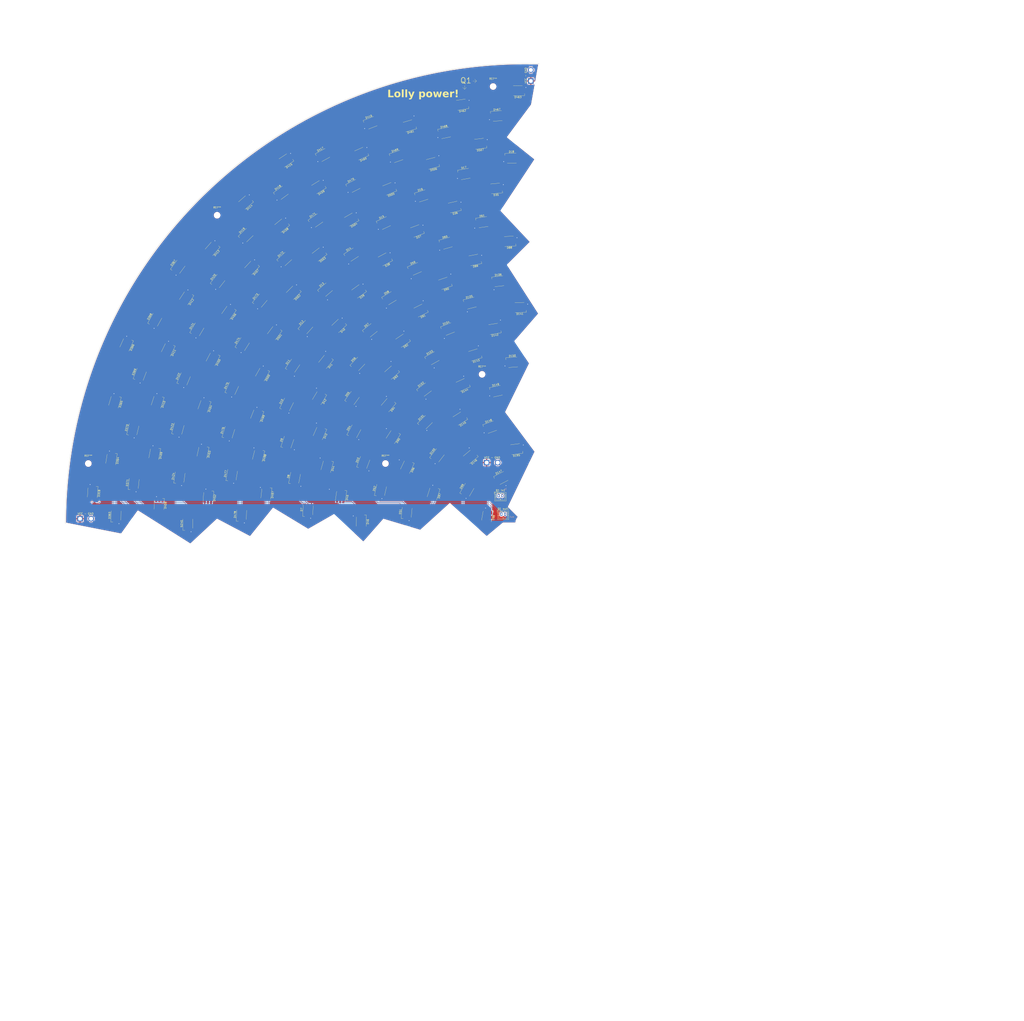
<source format=kicad_pcb>
(kicad_pcb (version 20240108) (generator "pcbnew") (generator_version "8.0")
  (layers (0 "F.Cu" signal) (31 "B.Cu" signal) (34 "B.Paste" user) (35 "F.Paste" user) (36 "B.SilkS" user "B.Silkscreen") (37 "F.SilkS" user "F.Silkscreen") (38 "B.Mask" user) (39 "F.Mask" user) (44 "Edge.Cuts" user))
  (net 0 "")
  (net 1 "VCC")
  (net 2 "GND")
  (net 3 "Net-(D7-DO)")
  (net 4 "Net-(D7-CO)")
  (net 5 "Net-(D8-CO)")
  (net 6 "Net-(D8-DO)")
  (net 7 "Net-(D10-CI)")
  (net 8 "Net-(D10-DI)")
  (net 9 "Net-(D10-CO)")
  (net 10 "Net-(D10-DO)")
  (net 11 "Net-(D11-DO)")
  (net 12 "Net-(D11-CO)")
  (net 13 "Net-(D12-CO)")
  (net 14 "Net-(D12-DO)")
  (net 15 "Net-(D13-DO)")
  (net 16 "Net-(D13-CO)")
  (net 17 "Net-(D14-CO)")
  (net 18 "Net-(D14-DO)")
  (net 19 "Net-(D15-CO)")
  (net 20 "Net-(D15-DO)")
  (net 21 "Net-(D16-CO)")
  (net 22 "Net-(D16-DO)")
  (net 23 "Net-(D17-DO)")
  (net 24 "Net-(D17-CO)")
  (net 25 "Net-(D46-CO)")
  (net 26 "Net-(D46-DO)")
  (net 27 "Net-(D18-CO)")
  (net 28 "Net-(D18-DO)")
  (net 29 "Net-(D35-DO)")
  (net 30 "Net-(D35-CO)")
  (net 31 "Net-(D36-CO)")
  (net 32 "Net-(D36-DO)")
  (net 33 "Net-(D37-DO)")
  (net 34 "Net-(D37-CO)")
  (net 35 "Net-(D38-CO)")
  (net 36 "Net-(D38-DO)")
  (net 37 "Net-(D39-DO)")
  (net 38 "Net-(D39-CO)")
  (net 39 "Net-(D40-CO)")
  (net 40 "Net-(D40-DO)")
  (net 41 "Net-(D41-DO)")
  (net 42 "Net-(D41-CO)")
  (net 43 "Net-(D42-DO)")
  (net 44 "Net-(D42-CO)")
  (net 45 "Net-(D43-CO)")
  (net 46 "Net-(D43-DO)")
  (net 47 "Net-(D44-DO)")
  (net 48 "Net-(D44-CO)")
  (net 49 "Net-(D45-DO)")
  (net 50 "Net-(D45-CO)")
  (net 51 "Net-(D35-DI)")
  (net 52 "Net-(D35-CI)")
  (net 53 "Net-(D51-DO)")
  (net 54 "Net-(D51-CO)")
  (net 55 "Net-(D52-DO)")
  (net 56 "Net-(D52-CO)")
  (net 57 "Net-(D53-CO)")
  (net 58 "Net-(D53-DO)")
  (net 59 "Net-(D54-CO)")
  (net 60 "Net-(D54-DO)")
  (net 61 "Net-(D55-DO)")
  (net 62 "Net-(D55-CO)")
  (net 63 "Net-(D56-CO)")
  (net 64 "Net-(D56-DO)")
  (net 65 "Net-(D57-CO)")
  (net 66 "Net-(D57-DO)")
  (net 67 "Net-(D58-DO)")
  (net 68 "Net-(D58-CO)")
  (net 69 "Net-(D59-CO)")
  (net 70 "Net-(D59-DO)")
  (net 71 "Net-(D60-CO)")
  (net 72 "Net-(D60-DO)")
  (net 73 "Net-(D51-CI)")
  (net 74 "Net-(D51-DI)")
  (net 75 "Net-(D88-DO)")
  (net 76 "Net-(D88-CO)")
  (net 77 "Net-(D89-CO)")
  (net 78 "Net-(D89-DO)")
  (net 79 "Net-(D90-CO)")
  (net 80 "Net-(D90-DO)")
  (net 81 "Net-(D91-CO)")
  (net 82 "Net-(D91-DO)")
  (net 83 "Net-(D92-DO)")
  (net 84 "Net-(D92-CO)")
  (net 85 "Net-(D93-CO)")
  (net 86 "Net-(D93-DO)")
  (net 87 "Net-(D94-CO)")
  (net 88 "Net-(D94-DO)")
  (net 89 "Net-(D95-DO)")
  (net 90 "Net-(D95-CO)")
  (net 91 "Net-(D96-DO)")
  (net 92 "Net-(D96-CO)")
  (net 93 "Net-(D98-DO)")
  (net 94 "Net-(D98-CO)")
  (net 95 "Net-(D100-CI)")
  (net 96 "Net-(D100-DI)")
  (net 97 "Net-(D100-DO)")
  (net 98 "Net-(D100-CO)")
  (net 99 "Net-(D101-CO)")
  (net 100 "Net-(D101-DO)")
  (net 101 "Net-(D102-CO)")
  (net 102 "Net-(D102-DO)")
  (net 103 "Net-(D103-DO)")
  (net 104 "Net-(D103-CO)")
  (net 105 "Net-(D104-CO)")
  (net 106 "Net-(D104-DO)")
  (net 107 "Net-(D105-DO)")
  (net 108 "Net-(D105-CO)")
  (net 109 "Net-(D106-DO)")
  (net 110 "Net-(D106-CO)")
  (net 111 "Net-(D141-DI)")
  (net 112 "Net-(D141-CI)")
  (net 113 "Net-(D141-DO)")
  (net 114 "Net-(D141-CO)")
  (net 115 "Net-(D142-CO)")
  (net 116 "Net-(D142-DO)")
  (net 117 "Net-(D143-DO)")
  (net 118 "Net-(D143-CO)")
  (net 119 "Net-(D144-CO)")
  (net 120 "Net-(D144-DO)")
  (net 121 "Net-(D145-CO)")
  (net 122 "Net-(D145-DO)")
  (net 123 "Net-(D146-CO)")
  (net 124 "Net-(D146-DO)")
  (net 125 "Net-(D147-DO)")
  (net 126 "Net-(D147-CO)")
  (net 127 "Net-(D148-DO)")
  (net 128 "Net-(D148-CO)")
  (net 129 "Net-(D149-DO)")
  (net 130 "Net-(D149-CO)")
  (net 131 "Net-(D147-CI)")
  (net 132 "Net-(D147-DI)")
  (net 133 "Net-(D148-DI)")
  (net 134 "Net-(D148-CI)")
  (net 135 "Net-(D318-DI)")
  (net 136 "Net-(D318-CI)")
  (net 137 "Net-(D363-DI)")
  (net 138 "Net-(D363-CI)")
  (net 139 "Net-(D364-DI)")
  (net 140 "Net-(D364-CI)")
  (net 141 "Net-(D365-DI)")
  (net 142 "Net-(D365-CI)")
  (net 143 "Net-(D366-CI)")
  (net 144 "Net-(D366-DI)")
  (net 145 "Net-(D367-CI)")
  (net 146 "Net-(D367-DI)")
  (net 147 "Net-(D368-DI)")
  (net 148 "Net-(D368-CI)")
  (net 149 "Net-(D369-DI)")
  (net 150 "Net-(D369-CI)")
  (net 151 "Net-(D370-CI)")
  (net 152 "Net-(D370-DI)")
  (net 153 "Net-(D408-DI)")
  (net 154 "Net-(D408-CI)")
  (net 155 "Net-(D371-CI)")
  (net 156 "Net-(D371-DI)")
  (net 157 "Net-(D409-CI)")
  (net 158 "Net-(D409-DI)")
  (net 159 "Net-(D410-CI)")
  (net 160 "Net-(D410-DI)")
  (net 161 "Net-(D318-DO)")
  (net 162 "Net-(D318-CO)")
  (net 163 "Net-(D411-CI)")
  (net 164 "Net-(D497-DI)")
  (net 165 "Net-(D411-DI)")
  (net 166 "Net-(D412-DI)")
  (net 167 "Net-(D412-CI)")
  (net 168 "Net-(D413-DI)")
  (net 169 "Net-(D413-CI)")
  (net 170 "Net-(D414-DI)")
  (net 171 "Net-(D416-CI)")
  (net 172 "Net-(D416-DI)")
  (net 173 "Net-(D417-DI)")
  (net 174 "Net-(D497-CI)")
  (net 175 "Net-(D414-CI)")
  (net 176 "Net-(D417-CI)")
  (net 177 "Net-(D415-DI)")
  (net 178 "Net-(D415-CI)")
  (net 179 "Net-(D418-CI)")
  (net 180 "Net-(D418-DI)")
  (net 181 "Net-(D419-DI)")
  (net 182 "Net-(D419-CI)")
  (net 183 "Net-(D420-DI)")
  (net 184 "Net-(D420-CI)")
  (net 185 "Net-(D421-DI)")
  (net 186 "Net-(D421-CI)")
  (net 187 "Net-(D422-CI)")
  (net 188 "Net-(D422-DI)")
  (net 189 "Net-(D423-CI)")
  (net 190 "Net-(D423-DI)")
  (net 191 "Net-(D498-CI)")
  (net 192 "Net-(D498-DI)")
  (net 193 "Net-(D424-DI)")
  (net 194 "Net-(D424-CI)")
  (net 195 "Net-(D425-DI)")
  (net 196 "Net-(D425-CI)")
  (net 197 "Net-(D452-CI)")
  (net 198 "Net-(D452-DI)")
  (net 199 "Net-(D453-DI)")
  (net 200 "Net-(D453-CI)")
  (net 201 "Net-(D454-CI)")
  (net 202 "Net-(D454-DI)")
  (net 203 "Net-(D455-DI)")
  (net 204 "Net-(D455-CI)")
  (net 205 "Net-(D456-CI)")
  (net 206 "Net-(D456-DI)")
  (net 207 "Net-(D457-DI)")
  (net 208 "Net-(D457-CI)")
  (net 209 "Net-(D458-DI)")
  (net 210 "Net-(D458-CI)")
  (net 211 "Net-(D459-CI)")
  (net 212 "Net-(D459-DI)")
  (net 213 "Net-(D460-CI)")
  (net 214 "Net-(D460-DI)")
  (net 215 "Net-(D461-DI)")
  (net 216 "Net-(D461-CI)")
  (net 217 "Net-(D467-CI)")
  (net 218 "Net-(D467-DI)")
  (net 219 "Net-(D468-CI)")
  (net 220 "Net-(D468-DI)")
  (net 221 "Net-(D469-DI)")
  (net 222 "Net-(D469-CI)")
  (net 223 "Net-(D470-CI)")
  (net 224 "Net-(D470-DI)")
  (net 225 "Net-(D471-CI)")
  (net 226 "Net-(D471-DI)")
  (net 227 "Net-(D472-DI)")
  (net 228 "Net-(D472-CI)")
  (net 229 "Net-(D473-DI)")
  (net 230 "Net-(D473-CI)")
  (net 231 "Net-(D474-DI)")
  (net 232 "Net-(D474-CI)")
  (net 233 "Net-(D462-DI)")
  (net 234 "Net-(D462-CI)")
  (net 235 "Net-(D499-CI)")
  (net 236 "Net-(D499-DI)")
  (net 237 "Net-(D500-CI)")
  (net 238 "Net-(D500-DI)")
  (net 239 "Net-(D501-CI)")
  (net 240 "Net-(D501-DI)")
  (net 241 "Net-(D502-CI)")
  (net 242 "Net-(D502-DI)")
  (net 243 "Net-(D503-CI)")
  (net 244 "Net-(D503-DI)")
  (net 245 "Net-(D504-DI)")
  (net 246 "Net-(D504-CI)")
  (net 247 "Net-(D505-CI)")
  (net 248 "Net-(D505-DI)")
  (net 249 "Net-(D506-CI)")
  (net 250 "Net-(D506-DI)")
  (net 251 "Net-(D475-DI)")
  (net 252 "Net-(D475-CI)")
  (net 253 "Net-(D476-DI)")
  (net 254 "Net-(D476-CI)")
  (net 255 "Net-(D477-CI)")
  (net 256 "Net-(D477-DI)")
  (net 257 "Net-(D478-DI)")
  (net 258 "Net-(D478-CI)")
  (net 259 "Net-(D463-CI)")
  (net 260 "Net-(D463-DI)")
  (footprint "LED_SMD:LED_RGB_5050-6" (layer "F.Cu") (at 223.384428 136.740071 25.14)
    (property "Reference" "D15")
    (property "Value" "APA102")
  )
  (footprint "LED_SMD:LED_RGB_5050-6" (layer "F.Cu") (at 210.909047 299.104329 -90.576)
    (property "Reference" "D46")
    (property "Value" "APA102")
  )
  (footprint "LED_SMD:LED_RGB_5050-6" (layer "F.Cu") (at 138.769627 250.509931 72.936)
    (property "Reference" "D476")
    (property "Value" "APA102")
  )
  (footprint "LED_SMD:LED_RGB_5050-6" (layer "F.Cu") (at 129.689898 150.799734 -131.22)
    (property "Reference" "D413")
    (property "Value" "APA102")
  )
  (footprint "LED_SMD:LED_RGB_5050-6" (layer "F.Cu") (at 272.276536 156.78806 -169.044)
    (property "Reference" "D89")
    (property "Value" "APA102")
  )
  (footprint "LED_SMD:LED_RGB_5050-6" (layer "F.Cu") (at 207.095763 249.959488 61.692)
    (property "Reference" "D54")
    (property "Value" "APA102")
  )
  (footprint "LED_SMD:LED_RGB_5050-6" (layer "F.Cu") (at 190.280272 99.725609 28.716)
    (property "Reference" "D417")
    (property "Value" "APA102")
  )
  (footprint "LED_SMD:LED_RGB_5050-6" (layer "F.Cu") (at 284.583001 228.135084 12.108)
    (property "Reference" "D149")
    (property "Value" "APA102")
  )
  (footprint "LED_SMD:LED_RGB_5050-6" (layer "F.Cu") (at 249.985272 284.038264 -107.7)
    (property "Reference" "D97")
    (property "Value" "APA102" (hide yes))
  )
  (footprint "LED_SMD:LED_RGB_5050-6" (layer "F.Cu") (at 140.702633 226.623579 65.268)
    (property "Reference" "D475")
    (property "Value" "APA102")
  )
  (footprint "LED_SMD:LED_RGB_5050-6" (layer "F.Cu") (at 133.103654 168.287776 51.72)
    (property "Reference" "D420")
    (property "Value" "APA102")
  )
  (footprint "LED_SMD:LED_RGB_5050-6" (layer "F.Cu") (at 115.614726 177.71725 -123.552)
    (property "Reference" "D412")
    (property "Value" "APA102")
  )
  (footprint "LED_SMD:LED_RGB_5050-6" (layer "F.Cu") (at 98.511474 262.481684 -100.548)
    (property "Reference" "D409")
    (property "Value" "APA102")
  )
  (footprint "LED_SMD:LED_RGB_5050-6" (layer "F.Cu") (at 206.144663 231.870154 54.024)
    (property "Reference" "D55")
    (property "Value" "APA102")
  )
  (footprint "LED_SMD:LED_RGB_5050-6" (layer "F.Cu") (at 198.454154 192.678328 -136.584)
    (property "Reference" "D40")
    (property "Value" "APA102")
  )
  (footprint "LED_SMD:LED_RGB_5050-6" (layer "F.Cu") (at 77.549397 295.759801 88.908)
    (property "Reference" "D363")
    (property "Value" "APA102")
  )
  (footprint "LED_SMD:LED_RGB_5050-6" (layer "F.Cu") (at 199.788029 285.48067 -98.244)
    (property "Reference" "D45")
    (property "Value" "APA102")
  )
  (footprint "LED_SMD:LED_RGB_5050-6" (layer "F.Cu") (at 210.560264 99.001781 -156.012)
    (property "Reference" "D460")
    (property "Value" "APA102")
  )
  (footprint "LED_SMD:LED_RGB_5050-6" (layer "F.Cu") (at 127.721535 285.932996 -94.668)
    (property "Reference" "D452")
    (property "Value" "APA102")
  )
  (footprint "LED_SMD:LED_RGB_5050-6" (layer "F.Cu") (at 192.186269 269.264036 -105.912)
    (property "Reference" "D44")
    (property "Value" "APA102")
  )
  (footprint "LED_SMD:LED_RGB_5050-6" (layer "F.Cu") (at 284.808177 78.52549 3.924)
    (property "Reference" "D467")
    (property "Value" "APA102")
  )
  (footprint "LED_SMD:LED_RGB_5050-6" (layer "F.Cu") (at 83.114892 203.000773 -114.096)
    (property "Reference" "D366")
    (property "Value" "APA102")
  )
  (footprint "LED_SMD:LED_RGB_5050-6" (layer "F.Cu") (at 256.022657 169.504814 -161.376)
    (property "Reference" "D90")
    (property "Value" "APA102")
  )
  (footprint "LED_SMD:LED_RGB_5050-6" (layer "F.Cu") (at 170.496452 235.37546 63.48)
    (property "Reference" "D10")
    (property "Value" "APA102")
  )
  (footprint "LED_SMD:LED_RGB_5050-6" (layer "F.Cu") (at 294.776433 259.670552 -172.62)
    (property "Reference" "D195")
    (property "Value" "APA102")
  )
  (footprint "LED_SMD:LED_RGB_5050-6" (layer "F.Cu") (at 64.859017 283.425365 -94.032)
    (property "Reference" "D318")
    (property "Value" "APA102")
  )
  (footprint "LED_SMD:LED_RGB_5050-6" (layer "F.Cu") (at 269.916916 263.944375 -140.16)
    (property "Reference" "D146")
    (property "Value" "APA102")
  )
  (footprint "LED_SMD:LED_RGB_5050-6" (layer "F.Cu") (at 282.939054 194.288486 -170.832)
    (property "Reference" "D142")
    (property "Value" "APA102")
  )
  (footprint "LED_SMD:LED_RGB_5050-6" (layer "F.Cu") (at 235.550795 294.016689 84.696)
    (property "Reference" "D51")
    (property "Value" "APA102")
  )
  (footprint "LED_SMD:LED_RGB_5050-6" (layer "F.Cu") (at 170.822352 255.893476 71.148)
    (property "Reference" "D9")
    (property "Value" "APA102")
  )
  (footprint "LED_SMD:LED_RGB_5050-6" (layer "F.Cu") (at 243.959636 121.959337 17.472)
    (property "Reference" "D16")
    (property "Value" "APA102")
  )
  (footprint "MountingHole:MountingHole_3.2mm_M3" (layer "F.Cu") (at 62.5 267.5)
    (property "Reference" "REF**")
    (property "Value" "MountingHole_3.2mm_M3")
  )
  (footprint "LED_SMD:LED_RGB_5050-6" (layer "F.Cu") (at 226.401883 177.608957 31.02)
    (property "Reference" "D58")
    (property "Value" "APA102")
  )
  (footprint "LED_SMD:LED_RGB_5050-6" (layer "F.Cu") (at 101.028135 289.990151 -92.88)
    (property "Reference" "D408")
    (property "Value" "APA102")
  )
  (footprint "LED_SMD:LED_RGB_5050-6" (layer "F.Cu") (at 180.879348 193.284161 48.144)
    (property "Reference" "D12")
    (property "Value" "APA102")
  )
  (footprint "LED_SMD:LED_RGB_5050-6" (layer "F.Cu") (at 154.080666 241.660062 -111.792)
    (property "Reference" "D499")
    (property "Value" "APA102")
  )
  (footprint "LED_SMD:LED_RGB_5050-6" (layer "F.Cu") (at 216.183683 82.19659 21.048)
    (property "Reference" "D416")
    (property "Value" "APA102")
  )
  (footprint "LED_SMD:LED_RGB_5050-6" (layer "F.Cu") (at 227.948873 253.145062 -123.036)
    (property "Reference" "D95")
    (property "Value" "APA102")
  )
  (footprint "LED_SMD:LED_RGB_5050-6" (layer "F.Cu") (at 295.959898 64.77845 -179.016)
    (property "Reference" "D463")
    (property "Value" "APA102")
  )
  (footprint "LED_SMD:LED_RGB_5050-6" (layer "F.Cu") (at 240.837487 141.01872 -159.588)
    (property "Reference" "D37")
    (property "Value" "APA102")
  )
  (footprint "LED_SMD:LED_RGB_5050-6" (layer "F.Cu") (at 140.52326 273.610235 80.604)
    (property "Reference" "D477")
    (property "Value" "APA102")
  )
  (footprint "LED_SMD:LED_RGB_5050-6" (layer "F.Cu") (at 105.711357 205.725542 -115.884)
    (property "Reference" "D411")
    (property "Value" "APA102")
  )
  (footprint "LED_SMD:LED_RGB_5050-6" (layer "F.Cu") (at 291.190181 146.651093 -176.712)
    (property "Reference" "D88")
    (property "Value" "APA102")
  )
  (footprint "LED_SMD:LED_RGB_5050-6" (layer "F.Cu") (at 205.153864 134.844132 -150.132)
    (property "Reference" "D504")
    (property "Value" "APA102")
  )
  (footprint "LED_SMD:LED_RGB_5050-6" (layer "F.Cu") (at 209.138245 213.340369 46.356)
    (property "Reference" "D56")
    (property "Value" "APA102")
  )
  (footprint "LED_SMD:LED_RGB_5050-6" (layer "F.Cu") (at 173.834634 214.296729 55.812)
    (property "Reference" "D11")
    (property "Value" "APA102")
  )
  (footprint "LED_SMD:LED_RGB_5050-6" (layer "F.Cu") (at 159.245546 284.072541 -96.456)
    (property "Reference" "D497")
    (property "Value" "APA102")
  )
  (footprint "LED_SMD:LED_RGB_5050-6" (layer "F.Cu") (at 225.778084 118.124748 -157.8)
    (property "Reference" "D505")
    (property "Value" "APA102")
  )
  (footprint "LED_SMD:LED_RGB_5050-6" (layer "F.Cu") (at 121.768975 194.544075 59.388)
    (property "Reference" "D421")
    (property "Value" "APA102")
  )
  (footprint "LED_SMD:LED_RGB_5050-6" (layer "F.Cu") (at 116.625483 300.192029 90.06)
    (property "Reference" "D425")
    (property "Value" "APA102")
  )
  (footprint "LED_SMD:LED_RGB_5050-6" (layer "F.Cu") (at 156.899709 219.16958 -119.46)
    (property "Reference" "D500")
    (property "Value" "APA102")
  )
  (footprint "LED_SMD:LED_RGB_5050-6" (layer "F.Cu") (at 265.70912 224.76945 -155.496)
    (property "Reference" "D144")
    (property "Value" "APA102")
  )
  (footprint "LED_SMD:LED_RGB_5050-6" (layer "F.Cu") (at 252.316283 263.060682 52.236)
    (property "Reference" "D100")
    (property "Value" "APA102")
  )
  (footprint "MountingHole:MountingHole_3.2mm_M3" (layer "F.Cu") (at 132.5 132.5)
    (property "Reference" "REF**")
    (property "Value" "MountingHole_3.2mm_M3")
  )
  (footprint "LED_SMD:LED_RGB_5050-6" (layer "F.Cu") (at 205.827504 153.91769 32.808)
    (property "Reference" "D14")
    (property "Value" "APA102")
  )
  (footprint "LED_SMD:LED_RGB_5050-6" (layer "F.Cu") (at 156.033063 178.90594 49.932)
    (property "Reference" "D473")
    (property "Value" "APA102")
  )
  (footprint "LED_SMD:LED_RGB_5050-6" (layer "F.Cu") (at 221.406219 281.895646 77.028)
    (property "Reference" "D52")
    (property "Value" "APA102")
  )
  (footprint "LED_SMD:LED_RGB_5050-6" (layer "F.Cu") (at 146.446019 202.55168 57.6)
    (property "Reference" "D474")
    (property "Value" "APA102")
  )
  (footprint "LED_SMD:LED_RGB_5050-6" (layer "F.Cu") (at 296.926994 182.646659 -178.5)
    (property "Reference" "D141")
    (property "Value" "APA102")
  )
  (footprint "LED_SMD:LED_RGB_5050-6" (layer "F.Cu") (at 112.086446 274.900273 82.392)
    (property "Reference" "D424")
    (property "Value" "APA102")
  )
  (footprint "LED_SMD:LED_RGB_5050-6" (layer "F.Cu") (at 268.530516 281.760713 59.904)
    (property "Reference" "D99")
    (property "Value" "APA102")
  )
  (footprint "LED_SMD:LED_RGB_5050-6" (layer "F.Cu") (at 264.20104 243.090558 -147.828)
    (property "Reference" "D145")
    (property "Value" "APA102")
  )
  (footprint "LED_SMD:LED_RGB_5050-6" (layer "F.Cu") (at 147.796364 125.599445 -138.888)
    (property "Reference" "D414")
    (property "Value" "APA102")
  )
  (footprint "LED_SMD:LED_RGB_5050-6" (layer "F.Cu") (at 212.113194 266.895477 69.36)
    (property "Reference" "D53")
    (property "Value" "APA102")
  )
  (footprint "LED_SMD:LED_RGB_5050-6" (layer "F.Cu") (at 187.335715 117.267246 -148.344)
    (property "Reference" "D459")
    (property "Value" "APA102")
  )
  (footprint "LED_SMD:LED_RGB_5050-6" (layer "F.Cu") (at 276.941422 136.261482 8.016)
    (property "Reference" "D61")
    (property "Value" "APA102")
  )
  (footprint "LED_SMD:LED_RGB_5050-6" (layer "F.Cu") (at 167.579465 120.284107 36.384)
    (property "Reference" "D418")
    (property "Value" "APA102")
  )
  (footprint "LED_SMD:LED_RGB_5050-6" (layer "F.Cu") (at 124.718548 261.667079 -102.336)
    (property "Reference" "D453")
    (property "Value" "APA102")
  )
  (footprint "LED_SMD:LED_RGB_5050-6" (layer "F.Cu") (at 233.123615 200.702219 -146.04)
    (property "Reference" "D92")
    (property "Value" "APA102")
  )
  (footprint "LED_SMD:LED_RGB_5050-6" (layer "F.Cu") (at 187.880243 231.969416 -121.248)
    (property "Reference" "D42")
    (property "Value" "APA102")
  )
  (footprint "LED_SMD:LED_RGB_5050-6" (layer "F.Cu") (at 138.61914 185.566752 -125.34)
    (property "Reference" "D456")
    (property "Value" "APA102")
  )
  (footprint "LED_SMD:LED_RGB_5050-6" (layer "F.Cu") (at 256.452525 87.702761 11.592)
    (property "Reference" "D468")
    (property "Value" "APA102")
  )
  (footprint "LED_SMD:LED_RGB_5050-6" (layer "F.Cu") (at 265.357921 72.337582 -171.348)
    (property "Reference" "D462")
    (property "Value" "APA102")
  )
  (footprint "LED_SMD:LED_RGB_5050-6" (layer "F.Cu") (at 188.187643 251.196855 -113.58)
    (property "Reference" "D43")
    (property "Value" "APA102")
  )
  (footprint "LED_SMD:LED_RGB_5050-6" (layer "F.Cu") (at 163.464395 196.634005 -127.128)
    (property "Reference" "D501")
    (property "Value" "APA102")
  )
  (footprint "LED_SMD:LED_RGB_5050-6" (layer "F.Cu") (at 242.848376 184.321817 -153.708)
    (property "Reference" "D91")
    (property "Value" "APA102")
  )
  (footprint "LED_SMD:LED_RGB_5050-6" (layer "F.Cu") (at 279.321077 296.341838 -100.032)
    (property "Reference" "D98")
    (property "Value" "APA102")
  )
  (footprint "LED_SMD:LED_RGB_5050-6" (layer "F.Cu") (at 215.948346 195.041343 38.688)
    (property "Reference" "D57")
    (property "Value" "APA102")
  )
  (footprint "LED_SMD:LED_RGB_5050-6" (layer "F.Cu") (at 111.317401 248.467222 74.724)
    (property "Reference" "D423")
    (property "Value" "APA102")
  )
  (footprint "Connector_Wire:SolderWire-1.5sqmm_1x02_P6mm_D1.7mm_OD3mm" (layer "F.Cu") (at 58 297.5)
    (property "Reference" "VCC - GND")
    (property "Value" "SolderWire-1.5sqmm_1x02_P6mm_D1.7mm_OD3mm")
  )
  (footprint "LED_SMD:LED_RGB_5050-6" (layer "F.Cu") (at 75.020794 265.33219 -98.76)
    (property "Reference" "D364")
    (property "Value" "APA102")
  )
  (footprint "LED_SMD:LED_RGB_5050-6" (layer "F.Cu") (at 169.701088 102.721152 -146.556)
    (property "Reference" "D415")
    (property "Value" "APA102")
  )
  (footprint "LED_SMD:LED_RGB_5050-6" (layer "F.Cu") (at 249.252726 104.225986 -165.468)
    (property "Reference" "D506")
    (property "Value" "APA102")
  )
  (footprint "LED_SMD:LED_RGB_5050-6" (layer "F.Cu") (at 223.432803 156.481832 -151.92)
    (property "Reference" "D38")
    (property "Value" "APA102")
  )
  (footprint "LED_SMD:LED_RGB_5050-6" (layer "F.Cu") (at 235.65241 269.489547 -115.368)
    (property "Reference" "D96")
    (property "Value" "APA102")
  )
  (footprint "LED_SMD:LED_RGB_5050-6" (layer "F.Cu") (at 281.201356 247.716053 19.776)
    (property "Reference" "D148")
    (property "Value" "APA102")
  )
  (footprint "LED_SMD:LED_RGB_5050-6" (layer "F.Cu") (at 225.329214 235.763921 -130.704)
    (property "Reference" "D94")
    (property "Value" "APA102")
  )
  (footprint "LED_SMD:LED_RGB_5050-6" (layer "F.Cu") (at 86.800644 248.862587 76.512)
    (property "Reference" "D370")
    (property "Value" "APA102")
  )
  (footprint "LED_SMD:LED_RGB_5050-6" (layer "F.Cu") (at 245.853316 245.030584 44.568)
    (property "Reference" "D101")
    (property "Value" "APA102")
  )
  (footprint "LED_SMD:LED_RGB_5050-6" (layer "F.Cu") (at 191.587118 172.957105 40.476)
    (property "Reference" "D13")
    (property "Value" "APA102")
  )
  (footprint "LED_SMD:LED_RGB_5050-6" (layer "F.Cu") (at 186.413294 135.322101 34.596)
    (property "Reference" "D471")
    (property "Value" "APA102")
  )
  (footprint "Connector_JST:JST_PH_B2B-PH-K_1x02_P2.00mm_Vertical" (layer "F.Cu") (at 285.5 285)
    (property "Reference" "Q1 in1")
    (property "Value" "Conn_01x02_Pin")
  )
  (footprint "MountingHole:MountingHole_3.2mm_M3" (layer "F.Cu") (at 224 267.5)
    (property "Reference" "REF**")
    (property "Value" "MountingHole_3.2mm_M3")
  )
  (footprint "LED_SMD:LED_RGB_5050-6" (layer "F.Cu") (at 258.256661 194.374512 21.564)
    (property "Reference" "D104")
    (property "Value" "APA102")
  )
  (footprint "LED_SMD:LED_RGB_5050-6" (layer "F.Cu") (at 287.196534 275.345968 27.444)
    (property "Reference" "D147")
    (property "Value" "APA102")
  )
  (footprint "LED_SMD:LED_RGB_5050-6" (layer "F.Cu") (at 245.402187 227.28254 36.9)
    (property "Reference" "D102")
    (property "Value" "APA102")
  )
  (footprint "LED_SMD:LED_RGB_5050-6" (layer "F.Cu") (at 191.309058 212.24734 -128.916)
    (property "Reference" "D41")
    (property "Value" "APA102")
  )
  (footprint "LED_SMD:LED_RGB_5050-6" (layer "F.Cu") (at 292.595276 101.468717 2.136)
    (property "Reference" "D18")
    (property "Value" "APA102")
  )
  (footprint "LED_SMD:LED_RGB_5050-6" (layer "F.Cu") (at 145.752323 295.346588 88.272)
    (property "Reference" "D478")
    (property "Value" "APA102")
  )
  (footprint "LED_SMD:LED_RGB_5050-6" (layer "F.Cu") (at 125.44341 236.452796 -110.004)
    (property "Reference" "D454")
    (property "Value" "APA102")
  )
  (footprint "LED_SMD:LED_RGB_5050-6" (layer "F.Cu") (at 240.264372 161.641209 23.352)
    (property "Reference" "D59")
    (property "Value" "APA102")
  )
  (footprint "LED_SMD:LED_RGB_5050-6" (layer "F.Cu") (at 272.293813 208.440635 -163.164)
    (property "Reference" "D143")
    (property "Value" "APA102")
  )
  (footprint "LED_SMD:LED_RGB_5050-6" (layer "F.Cu") (at 148.432183 143.331729 44.052)
    (property "Reference" "D419")
    (property "Value" "APA102")
  )
  (footprint "LED_SMD:LED_RGB_5050-6" (layer "F.Cu") (at 167.421939 138.159622 -140.676)
    (property "Reference" "D458")
    (property "Value" "APA102")
  )
  (footprint "LED_SMD:LED_RGB_5050-6" (layer "F.Cu") (at 261.103537 128.018706 -167.256)
    (property "Reference" "D36")
    (property "Value" "APA102")
  )
  (footprint "LED_SMD:LED_RGB_5050-6" (layer "F.Cu") (at 249.759547 210.223071 29.232)
    (property "Reference" "D103")
    (property "Value" "APA102")
  )
  (footprint "LED_SMD:LED_RGB_5050-6" (layer "F.Cu") (at 154.920512 263.493939 -104.124)
    (property "Reference" "D498")
    (property "Value" "APA102")
  )
  (footprint "LED_SMD:LED_RGB_5050-6" (layer "F.Cu") (at 76.833863 234.20011 -106.428)
    (property "Reference" "D365")
    (property "Value" "APA102")
  )
  (footprint "LED_SMD:LED_RGB_5050-6" (layer "F.Cu") (at 187.729108 153.875919 -142.464)
    (property "Reference" "D503")
    (property "Value" "APA102")
  )
  (footprint "MountingHole:MountingHole_3.2mm_M3" (layer "F.Cu") (at 282.5 62.5)
    (property "Reference" "REF**")
    (property "Value" "MountingHole_3.2mm_M3")
  )
  (footprint "LED_SMD:LED_RGB_5050-6" (layer "F.Cu") (at 209.220294 173.88975 -144.252)
    (property "Reference" "D39")
    (property "Value" "APA102")
  )
  (footprint "LED_SMD:LED_RGB_5050-6" (layer "F.Cu") (at 267.178113 110.060604 9.804)
    (property "Reference" "D17")
    (property "Value" "APA102")
  )
  (footprint "LED_SMD:LED_RGB_5050-6" (layer "F.Cu") (at 270.376933 180.262896 13.896)
    (property "Reference" "D105")
    (property "Value" "APA102")
  )
  (footprint "MountingHole:MountingHole_3.2mm_M3" (layer "F.Cu") (at 276.5 219)
    (property "Reference" "REF**")
    (property "Value" "MountingHole_3.2mm_M3")
  )
  (footprint "LED_SMD:LED_RGB_5050-6" (layer "F.Cu") (at 151.113907 161.122602 -133.008)
    (property "Reference" "D457")
    (property "Value" "APA102")
  )
  (footprint "LED_SMD:LED_RGB_5050-6" (layer "F.Cu") (at 285.636566 168.381453 6.228)
    (property "Reference" "D106")
    (property "Value" "APA102")
  )
  (footprint "LED_SMD:LED_RGB_5050-6" (layer "F.Cu") (at 100.026125 234.190049 -108.216)
    (property "Reference" "D410")
    (property "Value" "APA102")
  )
  (footprint "LED_SMD:LED_RGB_5050-6" (layer "F.Cu") (at 87.201318 278.309648 84.18)
    (property "Reference" "D371")
    (property "Value" "APA102")
  )
  (footprint "LED_SMD:LED_RGB_5050-6" (layer "F.Cu") (at 275.154505 93.600626 -173.136)
    (property "Reference" "D507")
    (property "Value" "APA102")
  )
  (footprint "LED_SMD:LED_RGB_5050-6" (layer "F.Cu") (at 227.178219 218.059544 -138.372)
    (property "Reference" "D93")
    (property "Value" "APA102")
  )
  (footprint "LED_SMD:LED_RGB_5050-6" (layer "F.Cu") (at 283.828833 117.944394 -174.924)
    (property "Reference" "D35")
    (property "Value" "APA102")
  )
  (footprint "LED_SMD:LED_RGB_5050-6" (layer "F.Cu") (at 293.199138 212.414337 4.44)
    (property "Reference" "D150")
    (property "Value" "APA102")
  )
  (footprint "LED_SMD:LED_RGB_5050-6" (layer "F.Cu") (at 181.893738 292.743206 86.484)
    (property "Reference" "D7")
    (property "Value" "APA102")
  )
  (footprint "LED_SMD:LED_RGB_5050-6" (layer "F.Cu") (at 230.298772 100.518199 19.26)
    (property "Reference" "D469")
    (property "Value" "APA102")
  )
  (footprint "LED_SMD:LED_RGB_5050-6" (layer "F.Cu") (at 169.40534 156.297059 42.264)
    (property "Reference" "D472")
    (property "Value" "APA102")
  )
  (footprint "Connector_Wire:SolderWire-1.5sqmm_1x02_P6mm_D1.7mm_OD3mm" (layer "F.Cu") (at 279 267)
    (property "Reference" "VCC - GND")
    (property "Value" "SolderWire-1.5sqmm_1x02_P6mm_D1.7mm_OD3mm")
  )
  (footprint "LED_SMD:LED_RGB_5050-6" (layer "F.Cu") (at 130.054259 210.882407 -117.672)
    (property "Reference" "D455")
    (property "Value" "APA102")
  )
  (footprint "LED_SMD:LED_RGB_5050-6" (layer "F.Cu") (at 114.510545 221.478269 67.056)
    (property "Reference" "D422")
    (property "Value" "APA102")
  )
  (footprint "LED_SMD:LED_RGB_5050-6" (layer "F.Cu") (at 90.664258 218.988905 68.844)
    (property "Reference" "D369")
    (property "Value" "APA102")
  )
  (footprint "LED_SMD:LED_RGB_5050-6" (layer "F.Cu") (at 236.718436 83.874009 -163.68)
    (property "Reference" "D461")
    (property "Value" "APA102")
  )
  (footprint "Connector_Wire:SolderWire-1.5sqmm_1x02_P6mm_D1.7mm_OD3mm" (layer "F.Cu") (at 303 59.5 90)
    (property "Reference" "VCC - GND")
    (property "Value" "SolderWire-1.5sqmm_1x02_P6mm_D1.7mm_OD3mm")
  )
  (footprint "LED_SMD:LED_RGB_5050-6" (layer "F.Cu") (at 173.771898 174.667576 -134.796)
    (property "Reference" "D502")
    (property "Value" "APA102")
  )
  (footprint "Connector_JST:JST_PH_B2B-PH-K_1x02_P2.00mm_Vertical" (layer "F.Cu") (at 287 295)
    (property "Reference" "Q1 out1")
    (property "Value" "Conn_01x02_Pin")
  )
  (footprint "LED_SMD:LED_RGB_5050-6" (layer "F.Cu") (at 206.818668 116.551807 26.928)
    (property "Reference" "D470")
    (property "Value" "APA102")
  )
  (footprint "LED_SMD:LED_RGB_5050-6" (layer "F.Cu") (at 111.434099 160.509314 53.508)
    (property "Reference" "D367")
    (property "Value" "APA102")
  )
  (footprint "LED_SMD:LED_RGB_5050-6" (layer "F.Cu") (at 257.233959 147.691708 15.684)
    (property "Reference" "D60")
    (property "Value" "APA102")
  )
  (footprint "LED_SMD:LED_RGB_5050-6" (layer "F.Cu") (at 98.878124 189.32258 61.176)
    (property "Reference" "D368")
    (property "Value" "APA102")
  )
  (footprint "LED_SMD:LED_RGB_5050-6" (layer "F.Cu") (at 174.687813 275.223882 78.816)
    (property "Reference" "D8")
    (property "Value" "APA102")
  )
  (gr_line (start 267 64) (end 268 63) (stroke (width 0.1)) (layer "F.SilkS"))
  (gr_line (start 267 64) (end 266 63) (stroke (width 0.1)) (layer "F.SilkS"))
  (gr_line (start 273.5 59.5) (end 272.5 60.5) (stroke (width 0.1)) (layer "F.SilkS"))
  (gr_line (start 267 62) (end 267 64) (stroke (width 0.1)) (layer "F.SilkS"))
  (gr_line (start 272.5 58.5) (end 273.5 59.5) (stroke (width 0.1)) (layer "F.SilkS"))
  (gr_line (start 271.5 59.5) (end 273.5 59.5) (stroke (width 0.1)) (layer "F.SilkS"))
  (gr_line (start 243 304) (end 259 289.5) (stroke (width 0.05)) (layer "Edge.Cuts"))
  (gr_line (start 49.987481 299.999999) (end 80.5 306) (stroke (width 0.05)) (layer "Edge.Cuts"))
  (gr_line (start 288 300) (end 295 300) (stroke (width 0.05)) (layer "Edge.Cuts"))
  (gr_line (start 307.5 186) (end 294.5 201) (stroke (width 0.05)) (layer "Edge.Cuts"))
  (gr_line (start 307.5 50.1) (end 303.5 72.5) (stroke (width 0.05)) (layer "Edge.Cuts"))
  (gr_line (start 182 303.5) (end 196 295.5) (stroke (width 0.05)) (layer "Edge.Cuts"))
  (gr_line (start 163 292) (end 182 303.5) (stroke (width 0.05)) (layer "Edge.Cuts"))
  (gr_line (start 302.5 213) (end 289.5 239.5) (stroke (width 0.05)) (layer "Edge.Cuts"))
  (gr_line (start 89.5 293.5) (end 118 311.5) (stroke (width 0.05)) (layer "Edge.Cuts"))
  (gr_line (start 259 289.5) (end 279 307.5) (stroke (width 0.05)) (layer "Edge.Cuts"))
  (gr_line (start 287 130) (end 303 147) (stroke (width 0.05)) (layer "Edge.Cuts"))
  (gr_line (start 289.5 239.5) (end 305.5 261) (stroke (width 0.05)) (layer "Edge.Cuts"))
  (gr_line (start 291 291) (end 296.464466 296.464466) (stroke (width 0.05)) (layer "Edge.Cuts"))
  (gr_line (start 303 147) (end 290.5 159.5) (stroke (width 0.05)) (layer "Edge.Cuts"))
  (gr_line (start 132.5 298) (end 150.5 307.5) (stroke (width 0.05)) (layer "Edge.Cuts"))
  (gr_line (start 118 311.5) (end 132.5 298) (stroke (width 0.05)) (layer "Edge.Cuts"))
  (gr_line (start 212 310.5) (end 223 298) (stroke (width 0.05)) (layer "Edge.Cuts"))
  (gr_line (start 223 298) (end 243 304) (stroke (width 0.05)) (layer "Edge.Cuts"))
  (gr_arc (start 295 300) (mid 295.380602 298.086583) (end 296.464466 296.464466) (stroke (width 0.05)) (layer "Edge.Cuts"))
  (gr_line (start 279 307.5) (end 288 300) (stroke (width 0.05)) (layer "Edge.Cuts"))
  (gr_line (start 305.5 102) (end 287 130) (stroke (width 0.05)) (layer "Edge.Cuts"))
  (gr_line (start 80.5 306) (end 89.5 293.5) (stroke (width 0.05)) (layer "Edge.Cuts"))
  (gr_line (start 294.5 201) (end 302.5 213) (stroke (width 0.05)) (layer "Edge.Cuts"))
  (gr_line (start 150.5 307.5) (end 163 292) (stroke (width 0.05)) (layer "Edge.Cuts"))
  (gr_line (start 290.5 90) (end 305.5 102) (stroke (width 0.05)) (layer "Edge.Cuts"))
  (gr_line (start 303.5 72.5) (end 290.5 90) (stroke (width 0.05)) (layer "Edge.Cuts"))
  (gr_line (start 290.5 159.5) (end 307.5 186) (stroke (width 0.05)) (layer "Edge.Cuts"))
  (gr_line (start 305.5 261) (end 291 291) (stroke (width 0.05)) (layer "Edge.Cuts"))
  (gr_line (start 196 295.5) (end 212 310.5) (stroke (width 0.05)) (layer "Edge.Cuts"))
  (gr_arc (start 49.987481 299.999999) (mid 125.886293 120.582395) (end 307.5 50.1) (stroke (width 0.2)) (layer "Edge.Cuts"))
  (gr_text "in" (at 290 282 0) (layer "B.SilkS") (effects (font (size 1 1) (thickness 0.1)) (justify left bottom mirror)))
  (gr_text "out" (at 294 297 0) (layer "B.SilkS") (effects (font (size 1 1) (thickness 0.1)) (justify left bottom mirror)))
  (gr_text "Q1" (at 264.5 61 0) (layer "F.SilkS") (effects (font (size 3 3) (thickness 0.3)) (justify left bottom)))
  (gr_text "Lolly power!" (at 225 69 0) (layer "F.SilkS") (effects (font (size 4 4) (thickness 0.2) (bold yes)) (justify left bottom)))
  (segment (start 268.455445 184.955445) (end 268.5 185) (width 0.8) (layer "F.Cu") (net 2))
  (segment (start 75.882009 231.41731) (end 76.447629 229.498959) (width 0.8) (layer "F.Cu") (net 2))
  (segment (start 207.187359 296.687359) (end 206.5 296) (width 0.8) (layer "F.Cu") (net 2))
  (segment (start 115.140457 224.351109) (end 114.360795 226.192881) (width 0.8) (layer "F.Cu") (net 2))
  (segment (start 129.663287 207.967423) (end 130.592105 206.196182) (width 0.8) (layer "F.Cu") (net 2))
  (segment (start 204 157.378335) (end 204 159) (width 0.8) (layer "F.Cu") (net 2))
  (segment (start 153.857554 260.751656) (end 153.857554 260.357554) (width 0.8) (layer "F.Cu") (net 2))
  (segment (start 228.593851 102.914704) (end 226.705789 103.574414) (width 0.8) (layer "F.Cu") (net 2))
  (segment (start 287.389356 279.5) (end 289.5 279.5) (width 0.8) (layer "F.Cu") (net 2))
  (segment (start 118.327995 302.590248) (end 118.330089 304.590246) (width 0.8) (layer "F.Cu") (net 2))
  (segment (start 156.599878 216.243815) (end 157.583509 214.502417) (width 0.8) (layer "F.Cu") (net 2))
  (segment (start 185.402909 138.084186) (end 183.756557 139.219758) (width 0.8) (layer "F.Cu") (net 2))
  (segment (start 208.712015 216.250409) (end 210 217.538394) (width 0.8) (layer "F.Cu") (net 2))
  (segment (start 157.826183 281.496612) (end 156.829571 280.5) (width 0.2) (layer "F.Cu") (net 2))
  (segment (start 254.443078 89.850344) (end 252.483872 90.252226) (width 0.8) (layer "F.Cu") (net 2))
  (segment (start 268.797853 284.689627) (end 267.794953 286.419999) (width 0.8) (layer "F.Cu") (net 2))
  (segment (start 226.125823 248.5) (end 224.5 248.5) (width 0.8) (layer "F.Cu") (net 2))
  (segment (start 235.144566 266.592634) (end 234.051932 265.5) (width 0.8) (layer "F.Cu") (net 2))
  (segment (start 283.435155 172.564845) (end 283 173) (width 0.8) (layer "F.Cu") (net 2))
  (segment (start 170.7668 99.979938) (end 172.435649 98.877695) (width 0.8) (layer "F.Cu") (net 2))
  (segment (start 216.5 199.230852) (end 216.5 200) (width 0.8) (layer "F.Cu") (net 2))
  (segment (start 227 214.351679) (end 227 212) (width 0.8) (layer "F.Cu") (net 2))
  (segment (start 250.5 214.88323) (end 250.5 215.5) (width 0.8) (layer "F.Cu") (net 2))
  (segment (start 155.789171 181.836898) (end 154.501779 183.36746) (width 0.8) (layer "F.Cu") (net 2))
  (segment (start 188.596496 151.065645) (end 190.182437 149.847126) (width 0.8) (layer "F.Cu") (net 2))
  (segment (start 265.327342 240.373677) (end 264.5 239.546335) (width 0.8) (layer "F.Cu") (net 2))
  (segment (start 225.221185 180.302646) (end 224.5 181.023831) (width 0.8) (layer "F.Cu") (net 2))
  (segment (start 266.5 221.539278) (end 266.5 220) (width 0.8) (layer "F.Cu") (net 2))
  (segment (start 246.5 249.089409) (end 246.5 249.5) (width 0.8) (layer "F.Cu") (net 2))
  (segment (start 273.720449 138.279551) (end 272.5 139.5) (width 0.8) (layer "F.Cu") (net 2))
  (segment (start 270.670626 261.101502) (end 269.5 259.930876) (width 0.8) (layer "F.Cu") (net 2))
  (segment (start 248.495378 212.878608) (end 250.5 214.88323) (width 0.8) (layer "F.Cu") (net 2))
  (segment (start 141.2426 229.514674) (end 140.405852 231.331223) (width 0.8) (layer "F.Cu") (net 2))
  (segment (start 278.065144 293.682397) (end 278.41354 291.712976) (width 0.8) (layer "F.Cu") (net 2))
  (segment (start 254.980139 149.977208) (end 253.457347 151.5) (width 0.8) (layer "F.Cu") (net 2))
  (segment (start 267.474874 70.295888) (end 269.452114 69.995023) (width 0.8) (layer "F.Cu") (net 2))
  (segment (start 126.22249 283.402609) (end 126.385253 281.409244) (width 0.8) (layer "F.Cu") (net 2))
  (segment (start 63.331976 280.911772) (end 63.472603 278.916723) (width 0.8) (layer "F.Cu") (net 2))
  (segment (start 171.65566 258.714043) (end 173.214043 258.714043) (width 0.8) (layer "F.Cu") (net 2))
  (segment (start 274.309699 154.662913) (end 276.273245 154.282803) (width 0.8) (layer "F.Cu") (net 2))
  (segment (start 205.448766 119.154376) (end 203.665614 120.060116) (width 0.8) (layer "F.Cu") (net 2))
  (segment (start 293.488728 144.816241) (end 295.485435 144.701532) (width 0.8) (layer "F.Cu") (net 2))
  (segment (start 173.892287 217.237253) (end 174.5 217.844966) (width 0.8) (layer "F.Cu") (net 2))
  (segment (start 224.5 181.023831) (end 224.5 183) (width 0.8) (layer "F.Cu") (net 2))
  (segment (start 245.336497 247.925906) (end 246.5 249.089409) (width 0.8) (layer "F.Cu") (net 2))
  (segment (start 257.754075 166.245925) (end 259.5 164.5) (width 0.8) (layer "F.Cu") (net 2))
  (segment (start 267.187871 222.227149) (end 266.5 221.539278) (width 0.8) (layer "F.Cu") (net 2))
  (segment (start 210 217.538394) (end 210 218.5) (width 0.8) (layer "F.Cu") (net 2))
  (segment (start 238.54403 81.568103) (end 238.54403 79.45597) (width 0.8) (layer "F.Cu") (net 2))
  (segment (start 277.334131 91.625979) (end 279.319796 91.386953) (width 0.8) (layer "F.Cu") (net 2))
  (segment (start 170.945951 238.281997) (end 171.5 238.836046) (width 0.8) (layer "F.Cu") (net 2))
  (segment (start 237.02166 296.56356) (end 236.83678 298.554996) (width 0.8) (layer "F.Cu") (net 2))
  (segment (start 212.858089 269.740671) (end 213.240671 269.740671) (width 0.8) (layer "F.Cu") (net 2))
  (segment (start 129.992668 147.874271) (end 131.310572 146.369902) (width 0.8) (layer "F.Cu") (net 2))
  (segment (start 181.5 197.161959) (end 181.5 198.5) (width 0.8) (layer "F.Cu") (net 2))
  (segment (start 206.388478 132.174726) (end 208.122828 131.17872) (width 0.8) (layer "F.Cu") (net 2))
  (segment (start 209.233259 296.687359) (end 207.187359 296.687359) (width 0.8) (layer "F.Cu") (net 2))
  (segment (start 153.393122 238.800467) (end 154.135598 236.943392) (width 0.8) (layer "F.Cu") (net 2))
  (segment (start 249.095427 281.235019) (end 249.703493 279.329697) (width 0.8) (layer "F.Cu") (net 2))
  (segment (start 163.557637 193.694395) (end 164.764832 192.099817) (width 0.8) (layer "F.Cu") (net 2))
  (segment (start 225.605627 232.835853) (end 224.5 231.730226) (width 0.8) (layer "F.Cu") (net 2))
  (segment (start 79.20335 298.191763) (end 79.165235 300.191399) (width 0.8) (layer "F.Cu") (net 2))
  (segment (start 222.524095 284.616005) (end 222.075146 286.564964) (width 0.8) (layer "F.Cu") (net 2))
  (segment (start 285.037534 192.22781) (end 285.037534 190.962466) (width 0.8) (layer "F.Cu") (net 2))
  (segment (start 174.256548 171.766694) (end 175.665717 170.347455) (width 0.8) (layer "F.Cu") (net 2))
  (segment (start 252.190416 265.999076) (end 250.965596 267.580155) (width 0.8) (layer "F.Cu") (net 2))
  (segment (start 191.209392 266.489922) (end 190.489922 266.489922) (width 0.8) (layer "F.Cu") (net 2))
  (segment (start 191.5 209.306046) (end 191.5 206.5) (width 0.8) (layer "F.Cu") (net 2))
  (segment (start 264.5 239.546335) (end 264.5 238) (width 0.8) (layer "F.Cu") (net 2))
  (segment (start 269.5 259.930876) (end 269.5 259) (width 0.8) (layer "F.Cu") (net 2))
  (segment (start 123.570545 258.959295) (end 123.997833 257.005472) (width 0.8) (layer "F.Cu") (net 2))
  (segment (start 242.18077 124.301481) (end 240.273043 124.90196) (width 0.8) (layer "F.Cu") (net 2))
  (segment (start 188.486439 114.560619) (end 190.188867 113.510983) (width 0.8) (layer "F.Cu") (net 2))
  (segment (start 198.44973 282.861708) (end 194.861708 282.861708) (width 0.8) (layer "F.Cu") (net 2))
  (segment (start 156.829571 280.5) (end 156 280.5) (width 0.2) (layer "F.Cu") (net 2))
  (segment (start 168.20122 135.323653) (end 169.748369 134.056244) (width 0.8) (layer "F.Cu") (net 2))
  (segment (start 183.443353 295.242945) (end 183.320699 297.23918) (width 0.8) (layer "F.Cu") (net 2))
  (segment (start 151.507808 158.208012) (end 152.872008 156.745496) (width 0.8) (layer "F.Cu") (net 2))
  (segment (start 199.029079 189.79398) (end 200.481844 188.4194) (width 0.8) (layer "F.Cu") (net 2))
  (segment (start 187.671846 229.035721) (end 186.5 227.863875) (width 0.8) (layer "F.Cu") (net 2))
  (segment (start 146.595392 205.488973) (end 145.523739 207.177628) (width 0.8) (layer "F.Cu") (net 2))
  (segment (start 173.214043 258.714043) (end 174.5 260) (width 0.8) (layer "F.Cu") (net 2))
  (segment (start 290.937948 214.29503) (end 288.943951 214.44986) (width 0.8) (layer "F.Cu") (net 2))
  (segment (start 113.453734 277.504217) (end 113.188945 279.486611) (width 0.8) (layer "F.Cu") (net 2))
  (segment (start 180.544123 196.206082) (end 181.5 197.161959) (width 0.8) (layer "F.Cu") (net 2))
  (segment (start 132.951328 171.224916) (end 131.712318 172.794901) (width 0.8) (layer "F.Cu") (net 2))
  (segment (start 274.098566 206.118381) (end 274.098566 203.901434) (width 0.8) (layer "F.Cu") (net 2))
  (segment (start 192.5 177.443158) (end 192.5 178.5) (width 0.8) (layer "F.Cu") (net 2))
  (segment (start 166.655752 123.076373) (end 165.045634 124.262761) (width 0.8) (layer "F.Cu") (net 2))
  (segment (start 224.5 231.730226) (end 224.5 231) (width 0.8) (layer "F.Cu") (net 2))
  (segment (start 187.58966 248.317201) (end 186.5 247.227541) (width 0.8) (layer "F.Cu") (net 2))
  (segment (start 268.455445 182.489526) (end 268.455445 184.955445) (width 0.8) (layer "F.Cu") (net 2))
  (segment (start 124.666979 233.616045) (end 125.35115 231.736708) (width 0.8) (layer "F.Cu") (net 2))
  (segment (start 265.102636 112.144445) (end 263.131844 112.485001) (width 0.8) (layer "F.Cu") (net 2))
  (segment (start 255.382881 149.977208) (end 254.980139 149.977208) (width 0.8) (layer "F.Cu") (net 2))
  (segment (start 238 164.888071) (end 238 167) (width 0.8) (layer "F.Cu") (net 2))
  (segment (start 283.435155 170.331785) (end 283.435155 172.564845) (width 0.8) (layer "F.Cu") (net 2))
  (segment (start 282.530141 80.385744) (end 280.53483 80.52261) (width 0.8) (layer "F.Cu") (net 2))
  (segment (start 234.051932 265.5) (end 231.5 265.5) (width 0.8) (layer "F.Cu") (net 2))
  (segment (start 111.373492 163.449779) (end 110.184071 165.057658) (width 0.8) (layer "F.Cu") (net 2))
  (segment (start 176.037982 277.908037) (end 178 279.870055) (width 0.8) (layer "F.Cu") (net 2))
  (segment (start 234 197.78692) (end 234 195.5) (width 0.8) (layer "F.Cu") (net 2))
  (segment (start 174.5 217.844966) (end 174.5 220) (width 0.8) (layer "F.Cu") (net 2))
  (segment (start 87.893976 251.592903) (end 87.427493 253.53774) (width 0.8) (layer "F.Cu") (net 2))
  (segment (start 298.33035 63.037485) (end 300.330055 63.003139) (width 0.8) (layer "F.Cu") (net 2))
  (segment (start 299.281671 180.884417) (end 301.280985 180.832064) (width 0.8) (layer "F.Cu") (net 2))
  (segment (start 186.5 227.863875) (end 186.5 226.5) (width 0.8) (layer "F.Cu") (net 2))
  (segment (start 290.260305 103.256987) (end 288.261695 103.33153) (width 0.8) (layer "F.Cu") (net 2))
  (segment (start 82.542866 200.115849) (end 83.359399 198.290124) (width 0.8) (layer "F.Cu") (net 2))
  (segment (start 207.729064 236.42957) (end 208 236.42957) (width 0.8) (layer "F.Cu") (net 2))
  (segment (start 88.649187 280.869663) (end 88.44638 282.859353) (width 0.8) (layer "F.Cu") (net 2))
  (segment (start 279.518086 250.127816) (end 277.636041 250.804503) (width 0.8) (layer "F.Cu") (net 2))
  (segment (start 207.454355 252.878632) (end 209.075723 254.5) (width 0.8) (layer "F.Cu") (net 2))
  (segment (start 256.649461 198.850539) (end 256 199.5) (width 0.8) (layer "F.Cu") (net 2))
  (segment (start 296.938188 257.676356) (end 298.92162 257.419458) (width 0.8) (layer "F.Cu") (net 2))
  (segment (start 115.524438 174.777546) (end 116.629825 173.110777) (width 0.8) (layer "F.Cu") (net 2))
  (segment (start 257.754075 167.127379) (end 257.754075 166.245925) (width 0.8) (layer "F.Cu") (net 2))
  (segment (start 244.503658 230.083012) (end 246 231.579354) (width 0.8) (layer "F.Cu") (net 2))
  (segment (start 244.247085 181.734614) (end 244.5 181.481699) (width 0.8) (layer "F.Cu") (net 2))
  (segment (start 147.88931 146.222281) (end 146.451892 147.612902) (width 0.8) (layer "F.Cu") (net 2))
  (segment (start 224.750105 153.852247) (end 226.514687 152.91084) (width 0.8) (layer "F.Cu") (net 2))
  (segment (start 190.86501 175.808168) (end 192.5 177.443158) (width 0.8) (layer "F.Cu") (net 2))
  (segment (start 246 231.579354) (end 246 232.5) (width 0.8) (layer "F.Cu") (net 2))
  (segment (start 186.5 247.227541) (end 186.5 245.5) (width 0.8) (layer "F.Cu") (net 2))
  (segment (start 112.325011 251.230321) (end 111.798074 253.159656) (width 0.8) (layer "F.Cu") (net 2))
  (segment (start 256.649461 196.837622) (end 256.649461 198.850539) (width 0.8) (layer "F.Cu") (net 2))
  (segment (start 148.486779 122.740541) (end 149.99363 121.425475) (width 0.8) (layer "F.Cu") (net 2))
  (segment (start 209.075723 254.5) (end 209.5 254.5) (width 0.8) (layer "F.Cu") (net 2))
  (segment (start 242.493882 138.588422) (end 244.368299 137.890886) (width 0.8) (layer "F.Cu") (net 2))
  (segment (start 244.5 181.481699) (end 244.5 179) (width 0.8) (layer "F.Cu") (net 2))
  (segment (start 105.229623 202.824176) (end 106.102724 201.024817) (width 0.8) (layer "F.Cu") (net 2))
  (segment (start 175.890024 277.908037) (end 176.037982 277.908037) (width 0.8) (layer "F.Cu") (net 2))
  (segment (start 99.210411 192.244836) (end 98.24617 193.997045) (width 0.8) (layer "F.Cu") (net 2))
  (segment (start 210.174944 171.107908) (end 211.798132 169.939466) (width 0.8) (layer "F.Cu") (net 2))
  (segment (start 206.110538 234.811044) (end 207.729064 236.42957) (width 0.8) (layer "F.Cu") (net 2))
  (segment (start 213.240671 269.740671) (end 215 271.5) (width 0.8) (layer "F.Cu") (net 2))
  (segment (start 138.620617 182.625664) (end 139.777471 180.994197) (width 0.8) (layer "F.Cu") (net 2))
  (segment (start 171.5 238.836046) (end 171.5 240.071554) (width 0.8) (layer "F.Cu") (net 2))
  (segment (start 139.690534 253.303125) (end 139.103655 255.21508) (width 0.8) (layer "F.Cu") (net 2))
  (segment (start 194.861708 282.861708) (end 193.5 281.5) (width 0.8) (layer "F.Cu") (net 2))
  (segment (start 141.808636 276.255573) (end 141.482122 278.22874) (width 0.8) (layer "F.Cu") (net 2))
  (segment (start 227.357843 115.64395) (end 229.209584 114.888269) (width 0.8) (layer "F.Cu") (net 2))
  (segment (start 227.842859 215.194538) (end 227 214.351679) (width 0.8) (layer "F.Cu") (net 2))
  (segment (start 263.069402 125.831156) (end 265.020132 125.389966) (width 0.8) (layer "F.Cu") (net 2))
  (segment (start 188.99224 102.369655) (end 187.238216 103.330591) (width 0.8) (layer "F.Cu") (net 2))
  (segment (start 238.734805 164.153266) (end 238 164.888071) (width 0.8) (layer "F.Cu") (net 2))
  (segment (start 191.493976 209.31207) (end 191.5 209.306046) (width 0.8) (layer "F.Cu") (net 2))
  (segment (start 253 100.127542) (end 251.149379 101.978163) (width 0.8) (layer "F.Cu") (net 2))
  (segment (start 204.731429 156.646906) (end 204 157.378335) (width 0.8) (layer "F.Cu") (net 2))
  (segment (start 91.3835 221.840692) (end 90.661684 223.705894) (width 0.8) (layer "F.Cu") (net 2))
  (segment (start 282.592975 230.300678) (end 280.637468 230.720188) (width 0.8) (layer "F.Cu") (net 2))
  (segment (start 285.850125 277.960769) (end 287.389356 279.5) (width 0.8) (layer "F.Cu") (net 2))
  (segment (start 274.098566 203.901434) (end 274.5 203.5) (width 0.8) (layer "F.Cu") (net 2))
  (segment (start 122.009923 197.475277) (end 120.99148 199.196547) (width 0.8) (layer "F.Cu") (net 2))
  (segment (start 97.279543 259.81104) (end 97.645661 257.844837) (width 0.8) (layer "F.Cu") (net 2))
  (segment (start 99.161561 231.378905) (end 99.786761 229.479136) (width 0.8) (layer "F.Cu") (net 2))
  (segment (start 286.06901 116.038716) (end 288.061166 115.861762) (width 0.8) (layer "F.Cu") (net 2))
  (segment (start 214.554367 84.645126) (end 212.687808 85.363425) (width 0.8) (layer "F.Cu") (net 2))
  (segment (start 234.164598 197.951518) (end 234 197.78692) (width 0.8) (layer "F.Cu") (net 2))
  (segment (start 238.54403 79.45597) (end 239.5 78.5) (width 0.8) (layer "F.Cu") (net 2))
  (segment (start 285.037534 190.962466) (end 286.5 189.5) (width 0.8) (layer "F.Cu") (net 2))
  (segment (start 99.450868 287.507767) (end 99.551356 285.510294) (width 0.8) (layer "F.Cu") (net 2))
  (segment (start 274.801934 138.279551) (end 273.720449 138.279551) (width 0.8) (layer "F.Cu") (net 2))
  (segment (start 212.061849 96.4729) (end 213.88911 95.65981) (width 0.8) (layer "F.Cu") (net 2))
  (segment (start 168.772543 159.169264) (end 167.292436 160.514359) (width 0.8) (layer "F.Cu") (net 2))
  (segment (start 147.379178 297.79676) (end 147.318869 299.79585) (width 0.8) (layer "F.Cu") (net 2))
  (segment (start 153.857554 260.357554) (end 152.5 259) (width 0.8) (layer "F.Cu") (net 2))
  (segment (start 215.137634 197.868486) (end 216.5 199.230852) (width 0.8) (layer "F.Cu") (net 2))
  (segment (start 190.489922 266.489922) (end 188.5 264.5) (width 0.8) (layer "F.Cu") (net 2))
  (segment (start 227.832114 250.206291) (end 226.125823 248.5) (width 0.8) (layer "F.Cu") (net 2))
  (segment (start 73.706135 262.701283) (end 74.010726 260.724614) (width 0.8) (layer "F.Cu") (net 2))
  (segment (start 221.933988 139.29863) (end 220.123444 140.148293) (width 0.8) (layer "F.Cu") (net 2))
  (via (at 259.5 164.5) (size 0.8) (drill 0.4) (layers "F.Cu" "B.Cu") (net 2))
  (via (at 131.310572 146.369902) (size 0.8) (drill 0.4) (layers "F.Cu" "B.Cu") (net 2))
  (via (at 274.5 203.5) (size 0.8) (drill 0.4) (layers "F.Cu" "B.Cu") (net 2))
  (via (at 224.5 231) (size 0.8) (drill 0.4) (layers "F.Cu" "B.Cu") (net 2))
  (via (at 178 279.870055) (size 0.8) (drill 0.4) (layers "F.Cu" "B.Cu") (net 2))
  (via (at 249.703493 279.329697) (size 0.8) (drill 0.4) (layers "F.Cu" "B.Cu") (net 2))
  (via (at 244.5 179) (size 0.8) (drill 0.4) (layers "F.Cu" "B.Cu") (net 2))
  (via (at 200.481844 188.4194) (size 0.8) (drill 0.4) (layers "F.Cu" "B.Cu") (net 2))
  (via (at 286.5 189.5) (size 0.8) (drill 0.4) (layers "F.Cu" "B.Cu") (net 2))
  (via (at 131.712318 172.794901) (size 0.8) (drill 0.4) (layers "F.Cu" "B.Cu") (net 2))
  (via (at 99.786761 229.479136) (size 0.8) (drill 0.4) (layers "F.Cu" "B.Cu") (net 2))
  (via (at 269.452114 69.995023) (size 0.8) (drill 0.4) (layers "F.Cu" "B.Cu") (net 2))
  (via (at 227 212) (size 0.8) (drill 0.4) (layers "F.Cu" "B.Cu") (net 2))
  (via (at 97.645661 257.844837) (size 0.8) (drill 0.4) (layers "F.Cu" "B.Cu") (net 2))
  (via (at 276.273245 154.282803) (size 0.8) (drill 0.4) (layers "F.Cu" "B.Cu") (net 2))
  (via (at 210 218.5) (size 0.8) (drill 0.4) (layers "F.Cu" "B.Cu") (net 2))
  (via (at 277.636041 250.804503) (size 0.8) (drill 0.4) (layers "F.Cu" "B.Cu") (net 2))
  (via (at 226.514687 152.91084) (size 0.8) (drill 0.4) (layers "F.Cu" "B.Cu") (net 2))
  (via (at 171.5 240.071554) (size 0.8) (drill 0.4) (layers "F.Cu" "B.Cu") (net 2))
  (via (at 152.5 259) (size 0.8) (drill 0.4) (layers "F.Cu" "B.Cu") (net 2))
  (via (at 186.5 245.5) (size 0.8) (drill 0.4) (layers "F.Cu" "B.Cu") (net 2))
  (via (at 208 236.42957) (size 0.8) (drill 0.4) (layers "F.Cu" "B.Cu") (net 2))
  (via (at 118.330089 304.590246) (size 0.8) (drill 0.4) (layers "F.Cu" "B.Cu") (net 2))
  (via (at 256 199.5) (size 0.8) (drill 0.4) (layers "F.Cu" "B.Cu") (net 2))
  (via (at 120.99148 199.196547) (size 0.8) (drill 0.4) (layers "F.Cu" "B.Cu") (net 2))
  (via (at 253 100.127542) (size 0.8) (drill 0.4) (layers "F.Cu" "B.Cu") (net 2))
  (via (at 267.794953 286.419999) (size 0.8) (drill 0.4) (layers "F.Cu" "B.Cu") (net 2))
  (via (at 79.165235 300.191399) (size 0.8) (drill 0.4) (layers "F.Cu" "B.Cu") (net 2))
  (via (at 300.330055 63.003139) (size 0.8) (drill 0.4) (layers "F.Cu" "B.Cu") (net 2))
  (via (at 169.748369 134.056244) (size 0.8) (drill 0.4) (layers "F.Cu" "B.Cu") (net 2))
  (via (at 239.5 78.5) (size 0.8) (drill 0.4) (layers "F.Cu" "B.Cu") (net 2))
  (via (at 130.592105 206.196182) (size 0.8) (drill 0.4) (layers "F.Cu" "B.Cu") (net 2))
  (via (at 265.020132 125.389966) (size 0.8) (drill 0.4) (layers "F.Cu" "B.Cu") (net 2))
  (via (at 263.131844 112.485001) (size 0.8) (drill 0.4) (layers "F.Cu" "B.Cu") (net 2))
  (via (at 192.5 178.5) (size 0.8) (drill 0.4) (layers "F.Cu" "B.Cu") (net 2))
  (via (at 278.41354 291.712976) (size 0.8) (drill 0.4) (layers "F.Cu" "B.Cu") (net 2))
  (via (at 269.5 259) (size 0.8) (drill 0.4) (layers "F.Cu" "B.Cu") (net 2))
  (via (at 98.24617 193.997045) (size 0.8) (drill 0.4) (layers "F.Cu" "B.Cu") (net 2))
  (via (at 211.798132 169.939466) (size 0.8) (drill 0.4) (layers "F.Cu" "B.Cu") (net 2))
  (via (at 111.798074 253.159656) (size 0.8) (drill 0.4) (layers "F.Cu" "B.Cu") (net 2))
  (via (at 88.44638 282.859353) (size 0.8) (drill 0.4) (layers "F.Cu" "B.Cu") (net 2))
  (via (at 126.385253 281.409244) (size 0.8) (drill 0.4) (layers "F.Cu" "B.Cu") (net 2))
  (via (at 301.280985 180.832064) (size 0.8) (drill 0.4) (layers "F.Cu" "B.Cu") (net 2))
  (via (at 253.457347 151.5) (size 0.8) (drill 0.4) (layers "F.Cu" "B.Cu") (net 2))
  (via (at 175.665717 170.347455) (size 0.8) (drill 0.4) (layers "F.Cu" "B.Cu") (net 2))
  (via (at 183.320699 297.23918) (size 0.8) (drill 0.4) (layers "F.Cu" "B.Cu") (net 2))
  (via (at 146.451892 147.612902) (size 0.8) (drill 0.4) (layers "F.Cu" "B.Cu") (net 2))
  (via (at 154.501779 183.36746) (size 0.8) (drill 0.4) (layers "F.Cu" "B.Cu") (net 2))
  (via (at 288.261695 103.33153) (size 0.8) (drill 0.4) (layers "F.Cu" "B.Cu") (net 2))
  (via (at 152.872008 156.745496) (size 0.8) (drill 0.4) (layers "F.Cu" "B.Cu") (net 2))
  (via (at 87.427493 253.53774) (size 0.8) (drill 0.4) (layers "F.Cu" "B.Cu") (net 2))
  (via (at 264.5 238) (size 0.8) (drill 0.4) (layers "F.Cu" "B.Cu") (net 2))
  (via (at 149.99363 121.425475) (size 0.8) (drill 0.4) (layers "F.Cu" "B.Cu") (net 2))
  (via (at 279.319796 91.386953) (size 0.8) (drill 0.4) (layers "F.Cu" "B.Cu") (net 2))
  (via (at 188.5 264.5) (size 0.8) (drill 0.4) (layers "F.Cu" "B.Cu") (net 2))
  (via (at 156 280.5) (size 0.8) (drill 0.4) (layers "F.Cu" "B.Cu") (net 2))
  (via (at 110.184071 165.057658) (size 0.8) (drill 0.4) (layers "F.Cu" "B.Cu") (net 2))
  (via (at 283 173) (size 0.8) (drill 0.4) (layers "F.Cu" "B.Cu") (net 2))
  (via (at 231.5 265.5) (size 0.8) (drill 0.4) (layers "F.Cu" "B.Cu") (net 2))
  (via (at 190.188867 113.510983) (size 0.8) (drill 0.4) (layers "F.Cu" "B.Cu") (net 2))
  (via (at 63.472603 278.916723) (size 0.8) (drill 0.4) (layers "F.Cu" "B.Cu") (net 2))
  (via (at 174.5 220) (size 0.8) (drill 0.4) (layers "F.Cu" "B.Cu") (net 2))
  (via (at 164.764832 192.099817) (size 0.8) (drill 0.4) (layers "F.Cu" "B.Cu") (net 2))
  (via (at 145.523739 207.177628) (size 0.8) (drill 0.4) (layers "F.Cu" "B.Cu") (net 2))
  (via (at 212.687808 85.363425) (size 0.8) (drill 0.4) (layers "F.Cu" "B.Cu") (net 2))
  (via (at 244.368299 137.890886) (size 0.8) (drill 0.4) (layers "F.Cu" "B.Cu") (net 2))
  (via (at 215 271.5) (size 0.8) (drill 0.4) (layers "F.Cu" "B.Cu") (net 2))
  (via (at 190.182437 149.847126) (size 0.8) (drill 0.4) (layers "F.Cu" "B.Cu") (net 2))
  (via (at 191.5 206.5) (size 0.8) (drill 0.4) (layers "F.Cu" "B.Cu") (net 2))
  (via (at 172.435649 98.877695) (size 0.8) (drill 0.4) (layers "F.Cu" "B.Cu") (net 2))
  (via (at 157.583509 214.502417) (size 0.8) (drill 0.4) (layers "F.Cu" "B.Cu") (net 2))
  (via (at 229.209584 114.888269) (size 0.8) (drill 0.4) (layers "F.Cu" "B.Cu") (net 2))
  (via (at 280.637468 230.720188) (size 0.8) (drill 0.4) (layers "F.Cu" "B.Cu") (net 2))
  (via (at 295.485435 144.701532) (size 0.8) (drill 0.4) (layers "F.Cu" "B.Cu") (net 2))
  (via (at 74.010726 260.724614) (size 0.8) (drill 0.4) (layers "F.Cu" "B.Cu") (net 2))
  (via (at 266.5 220) (size 0.8) (drill 0.4) (layers "F.Cu" "B.Cu") (net 2))
  (via (at 234 195.5) (size 0.8) (drill 0.4) (layers "F.Cu" "B.Cu") (net 2))
  (via (at 90.661684 223.705894) (size 0.8) (drill 0.4) (layers "F.Cu" "B.Cu") (net 2))
  (via (at 238 167) (size 0.8) (drill 0.4) (layers "F.Cu" "B.Cu") (net 2))
  (via (at 206.5 296) (size 0.8) (drill 0.4) (layers "F.Cu" "B.Cu") (net 2))
  (via (at 165.045634 124.262761) (size 0.8) (drill 0.4) (layers "F.Cu" "B.Cu") (net 2))
  (via (at 216.5 200) (size 0.8) (drill 0.4) (layers "F.Cu" "B.Cu") (net 2))
  (via (at 167.292436 160.514359) (size 0.8) (drill 0.4) (layers "F.Cu" "B.Cu") (net 2))
  (via (at 250.965596 267.580155) (size 0.8) (drill 0.4) (layers "F.Cu" "B.Cu") (net 2))
  (via (at 236.83678 298.554996) (size 0.8) (drill 0.4) (layers "F.Cu" "B.Cu") (net 2))
  (via (at 209.5 254.5) (size 0.8) (drill 0.4) (layers "F.Cu" "B.Cu") (net 2))
  (via (at 246 232.5) (size 0.8) (drill 0.4) (layers "F.Cu" "B.Cu") (net 2))
  (via (at 154.135598 236.943392) (size 0.8) (drill 0.4) (layers "F.Cu" "B.Cu") (net 2))
  (via (at 123.997833 257.005472) (size 0.8) (drill 0.4) (layers "F.Cu" "B.Cu") (net 2))
  (via (at 125.35115 231.736708) (size 0.8) (drill 0.4) (layers "F.Cu" "B.Cu") (net 2))
  (via (at 113.188945 279.486611) (size 0.8) (drill 0.4) (layers "F.Cu" "B.Cu") (net 2))
  (via (at 213.88911 95.65981) (size 0.8) (drill 0.4) (layers "F.Cu" "B.Cu") (net 2))
  (via (at 174.5 260) (size 0.8) (drill 0.4) (layers "F.Cu" "B.Cu") (net 2))
  (via (at 289.5 279.5) (size 0.8) (drill 0.4) (layers "F.Cu" "B.Cu") (net 2))
  (via (at 114.360795 226.192881) (size 0.8) (drill 0.4) (layers "F.Cu" "B.Cu") (net 2))
  (via (at 252.483872 90.252226) (size 0.8) (drill 0.4) (layers "F.Cu" "B.Cu") (net 2))
  (via (at 140.405852 231.331223) (size 0.8) (drill 0.4) (layers "F.Cu" "B.Cu") (net 2))
  (via (at 240.273043 124.90196) (size 0.8) (drill 0.4) (layers "F.Cu" "B.Cu") (net 2))
  (via (at 208.122828 131.17872) (size 0.8) (drill 0.4) (layers "F.Cu" "B.Cu") (net 2))
  (via (at 76.447629 229.498959) (size 0.8) (drill 0.4) (layers "F.Cu" "B.Cu") (net 2))
  (via (at 272.5 139.5) (size 0.8) (drill 0.4) (layers "F.Cu" "B.Cu") (net 2))
  (via (at 203.665614 120.060116) (size 0.8) (drill 0.4) (layers "F.Cu" "B.Cu") (net 2))
  (via (at 139.777471 180.994197) (size 0.8) (drill 0.4) (layers "F.Cu" "B.Cu") (net 2))
  (via (at 99.551356 285.510294) (size 0.8) (drill 0.4) (layers "F.Cu" "B.Cu") (net 2))
  (via (at 116.629825 173.110777) (size 0.8) (drill 0.4) (layers "F.Cu" "B.Cu") (net 2))
  (via (at 246.5 249.5) (size 0.8) (drill 0.4) (layers "F.Cu" "B.Cu") (net 2))
  (via (at 147.318869 299.79585) (size 0.8) (drill 0.4) (layers "F.Cu" "B.Cu") (net 2))
  (via (at 187.238216 103.330591) (size 0.8) (drill 0.4) (layers "F.Cu" "B.Cu") (net 2))
  (via (at 141.482122 278.22874) (size 0.8) (drill 0.4) (layers "F.Cu" "B.Cu") (net 2))
  (via (at 83.359399 198.290124) (size 0.8) (drill 0.4) (layers "F.Cu" "B.Cu") (net 2))
  (via (at 106.102724 201.024817) (size 0.8) (drill 0.4) (layers "F.Cu" "B.Cu") (net 2))
  (via (at 193.5 281.5) (size 0.8) (drill 0.4) (layers "F.Cu" "B.Cu") (net 2))
  (via (at 183.756557 139.219758) (size 0.8) (drill 0.4) (layers "F.Cu" "B.Cu") (net 2))
  (via (at 220.123444 140.148293) (size 0.8) (drill 0.4) (layers "F.Cu" "B.Cu") (net 2))
  (via (at 268.5 185) (size 0.8) (drill 0.4) (layers "F.Cu" "B.Cu") (net 2))
  (via (at 186.5 226.5) (size 0.8) (drill 0.4) (layers "F.Cu" "B.Cu") (net 2))
  (via (at 298.92162 257.419458) (size 0.8) (drill 0.4) (layers "F.Cu" "B.Cu") (net 2))
  (via (at 224.5 183) (size 0.8) (drill 0.4) (layers "F.Cu" "B.Cu") (net 2))
  (via (at 222.075146 286.564964) (size 0.8) (drill 0.4) (layers "F.Cu" "B.Cu") (net 2))
  (via (at 280.53483 80.52261) (size 0.8) (drill 0.4) (layers "F.Cu" "B.Cu") (net 2))
  (via (at 224.5 248.5) (size 0.8) (drill 0.4) (layers "F.Cu" "B.Cu") (net 2))
  (via (at 139.103655 255.21508) (size 0.8) (drill 0.4) (layers "F.Cu" "B.Cu") (net 2))
  (via (at 288.061166 115.861762) (size 0.8) (drill 0.4) (layers "F.Cu" "B.Cu") (net 2))
  (via (at 204 159) (size 0.8) (drill 0.4) (layers "F.Cu" "B.Cu") (net 2))
  (via (at 250.5 215.5) (size 0.8) (drill 0.4) (layers "F.Cu" "B.Cu") (net 2))
  (via (at 226.705789 103.574414) (size 0.8) (drill 0.4) (layers "F.Cu" "B.Cu") (net 2))
  (via (at 181.5 198.5) (size 0.8) (drill 0.4) (layers "F.Cu" "B.Cu") (net 2))
  (via (at 288.943951 214.44986) (size 0.8) (drill 0.4) (layers "F.Cu" "B.Cu") (net 2))
  (segment (start 180.344123 290.243467) (end 180.243467 290.243467) (width 0.25) (layer "F.Cu") (net 3))
  (segment (start 172.554592 282.554592) (end 172.554592 277.248573) (width 0.25) (layer "F.Cu") (net 3))
  (segment (start 180.243467 290.243467) (end 172.554592 282.554592) (width 0.25) (layer "F.Cu") (net 3))
  (segment (start 182.040922 290.347723) (end 182.040922 289.540922) (width 0.25) (layer "F.Cu") (net 4))
  (segment (start 174.222308 281.722308) (end 174.222308 277.578304) (width 0.25) (layer "F.Cu") (net 4))
  (segment (start 182.040922 289.540922) (end 174.222308 281.722308) (width 0.25) (layer "F.Cu") (net 4))
  (segment (start 175.153318 271.653318) (end 169 265.5) (width 0.2) (layer "F.Cu") (net 5))
  (segment (start 175.153318 272.86946) (end 175.153318 271.653318) (width 0.2) (layer "F.Cu") (net 5))
  (segment (start 169 259.211584) (end 170.046853 258.164731) (width 0.2) (layer "F.Cu") (net 5))
  (segment (start 169 265.5) (end 169 259.211584) (width 0.2) (layer "F.Cu") (net 5))
  (segment (start 168 258.053466) (end 168.438046 257.61542) (width 0.25) (layer "F.Cu") (net 6))
  (segment (start 173.485602 272.539727) (end 168 267.054125) (width 0.25) (layer "F.Cu") (net 6))
  (segment (start 168 267.054125) (end 168 258.053466) (width 0.25) (layer "F.Cu") (net 6))
  (segment (start 171.597851 253.622221) (end 169.424828 237.522929) (width 0.25) (layer "F.Cu") (net 7))
  (segment (start 169.989044 253.072909) (end 167.903704 236.76386) (width 0.25) (layer "F.Cu") (net 8))
  (segment (start 171.568076 233.227991) (end 172.486049 216.282006) (width 0.25) (layer "F.Cu") (net 9))
  (segment (start 170.046953 232.468923) (end 171.079813 215.326758) (width 0.25) (layer "F.Cu") (net 10))
  (segment (start 173.776981 211.356205) (end 178.011721 193.937396) (width 0.25) (layer "F.Cu") (net 11))
  (segment (start 175.183219 212.311452) (end 179.277924 195.071739) (width 0.25) (layer "F.Cu") (net 12))
  (segment (start 182.480772 191.496583) (end 189.76149 174.515015) (width 0.25) (layer "F.Cu") (net 13))
  (segment (start 181.214573 190.36224) (end 188.65797 173.221862) (width 0.25) (layer "F.Cu") (net 14))
  (segment (start 192.309226 170.106042) (end 202.889221 153.789237) (width 0.25) (layer "F.Cu") (net 15))
  (segment (start 193.412746 171.399195) (end 203.810326 155.218071) (width 0.25) (layer "F.Cu") (net 16))
  (segment (start 207.844682 152.617309) (end 221.211774 137.759667) (width 0.25) (layer "F.Cu") (net 17))
  (segment (start 206.923579 151.188474) (end 220.489562 136.220703) (width 0.25) (layer "F.Cu") (net 18))
  (segment (start 225.557082 135.720475) (end 241.670362 122.679913) (width 0.25) (layer "F.Cu") (net 19))
  (segment (start 224.834868 134.181512) (end 241.159955 121.058345) (width 0.25) (layer "F.Cu") (net 20))
  (segment (start 246.24891 121.238761) (end 264.813164 110.469272) (width 0.25) (layer "F.Cu") (net 21))
  (segment (start 245.738502 119.617193) (end 264.523687 108.794099) (width 0.25) (layer "F.Cu") (net 22))
  (segment (start 269.25359 107.976763) (end 290.133581 99.85935) (width 0.25) (layer "F.Cu") (net 23))
  (segment (start 269.543062 109.651936) (end 290.196945 101.558169) (width 0.25) (layer "F.Cu") (net 24))
  (segment (start 208 303.5) (end 197.5 293) (width 0.2) (layer "F.Cu") (net 25))
  (segment (start 185.5 298.5) (end 182.5 298.5) (width 0.2) (layer "F.Cu") (net 25))
  (segment (start 189 293) (end 185.5 296.5) (width 0.2) (layer "F.Cu") (net 25))
  (segment (start 185.5 296.5) (end 185.5 298.5) (width 0.2) (layer "F.Cu") (net 25))
  (segment (start 182.5 298.5) (end 182 298) (width 0.2) (layer "F.Cu") (net 25))
  (segment (start 209.889181 303.5) (end 208 303.5) (width 0.2) (layer "F.Cu") (net 25))
  (segment (start 181.746554 296.746554) (end 181.746554 295.138689) (width 0.2) (layer "F.Cu") (net 25))
  (segment (start 182 297) (end 181.746554 296.746554) (width 0.2) (layer "F.Cu") (net 25))
  (segment (start 210.884921 301.504209) (end 210.884921 302.50426) (width 0.2) (layer "F.Cu") (net 25))
  (segment (start 182 298) (end 182 297) (width 0.2) (layer "F.Cu") (net 25))
  (segment (start 197.5 293) (end 189 293) (width 0.2) (layer "F.Cu") (net 25))
  (segment (start 210.884921 302.50426) (end 209.889181 303.5) (width 0.2) (layer "F.Cu") (net 25))
  (segment (start 186.565685 298) (end 186.5 298) (width 0.2) (layer "F.Cu") (net 26))
  (segment (start 210.5 304.5) (end 207.5 304.5) (width 0.2) (layer "F.Cu") (net 26))
  (segment (start 189 295.565685) (end 186.565685 298) (width 0.2) (layer "F.Cu") (net 26))
  (segment (start 212.584835 302.415165) (end 210.5 304.5) (width 0.2) (layer "F.Cu") (net 26))
  (segment (start 186.5 298) (end 186 298.5) (width 0.2) (layer "F.Cu") (net 26))
  (segment (start 180.049751 297.549751) (end 180.049751 295.034431) (width 0.2) (layer "F.Cu") (net 26))
  (segment (start 181.5 299) (end 180.049751 297.549751) (width 0.2) (layer "F.Cu") (net 26))
  (segment (start 212.584835 301.521299) (end 212.584835 302.415165) (width 0.2) (layer "F.Cu") (net 26))
  (segment (start 186 298.5) (end 186 299) (width 0.2) (layer "F.Cu") (net 26))
  (segment (start 186 299) (end 181.5 299) (width 0.2) (layer "F.Cu") (net 26))
  (segment (start 197.5 294.5) (end 189 294.5) (width 0.2) (layer "F.Cu") (net 26))
  (segment (start 189 294.5) (end 189 295.565685) (width 0.2) (layer "F.Cu") (net 26))
  (segment (start 207.5 304.5) (end 197.5 294.5) (width 0.2) (layer "F.Cu") (net 26))
  (segment (start 292.813797 93.313797) (end 277.537304 93.313797) (width 0.2) (layer "F.Cu") (net 27))
  (segment (start 294.993607 101.379265) (end 295.994303 101.379265) (width 0.2) (layer "F.Cu") (net 27))
  (segment (start 297 100.373568) (end 297 97.5) (width 0.2) (layer "F.Cu") (net 27))
  (segment (start 297 97.5) (end 292.813797 93.313797) (width 0.2) (layer "F.Cu") (net 27))
  (segment (start 295.994303 101.379265) (end 297 100.373568) (width 0.2) (layer "F.Cu") (net 27))
  (segment (start 294.930247 97.069753) (end 295 97) (width 0.2) (layer "F.Cu") (net 28))
  (segment (start 294.930247 99.680447) (end 294.930247 97.069753) (width 0.2) (layer "F.Cu") (net 28))
  (segment (start 293.001611 95.001611) (end 277.740475 95.001611) (width 0.2) (layer "F.Cu") (net 28))
  (segment (start 295 97) (end 293.001611 95.001611) (width 0.2) (layer "F.Cu") (net 28))
  (segment (start 281.588656 119.850072) (end 263.819426 129.147399) (width 0.25) (layer "F.Cu") (net 29))
  (segment (start 281.438245 118.156739) (end 263.444413 127.489277) (width 0.25) (layer "F.Cu") (net 30))
  (segment (start 258.762661 128.548135) (end 243.086789 140.181677) (width 0.25) (layer "F.Cu") (net 31))
  (segment (start 259.137672 130.206256) (end 243.679696 141.77493) (width 0.25) (layer "F.Cu") (net 32))
  (segment (start 239.181092 143.449018) (end 226.350499 156.852038) (width 0.25) (layer "F.Cu") (net 33))
  (segment (start 238.588185 141.855763) (end 225.550302 155.352143) (width 0.25) (layer "F.Cu") (net 34))
  (segment (start 221.315304 157.611521) (end 211.168121 172.48762) (width 0.25) (layer "F.Cu") (net 35))
  (segment (start 222.115501 159.111417) (end 212.161296 173.867328) (width 0.25) (layer "F.Cu") (net 36))
  (segment (start 208.265644 176.671592) (end 201.365866 192.263682) (width 0.25) (layer "F.Cu") (net 37))
  (segment (start 207.272467 175.29188) (end 200.197473 191.028832) (width 0.25) (layer "F.Cu") (net 38))
  (segment (start 196.710835 194.327824) (end 192.816691 210.379977) (width 0.25) (layer "F.Cu") (net 39))
  (segment (start 197.879229 195.562676) (end 194.139406 211.447884) (width 0.25) (layer "F.Cu") (net 40))
  (segment (start 191.12414 215.18261) (end 190.578608 230.799449) (width 0.25) (layer "F.Cu") (net 41))
  (segment (start 189.801425 214.114703) (end 189.5 214.416128) (width 0.25) (layer "F.Cu") (net 42))
  (segment (start 189.5 229.542813) (end 189.125228 229.917585) (width 0.25) (layer "F.Cu") (net 42))
  (segment (start 189.5 214.416128) (end 189.5 229.542813) (width 0.25) (layer "F.Cu") (net 42))
  (segment (start 191.5 248.883067) (end 190.705767 249.6773) (width 0.25) (layer "F.Cu") (net 43))
  (segment (start 188.08864 234.903111) (end 191.5 238.314471) (width 0.25) (layer "F.Cu") (net 43))
  (segment (start 191.5 238.314471) (end 191.5 248.883067) (width 0.25) (layer "F.Cu") (net 43))
  (segment (start 185 241.5) (end 189.5 246) (width 0.2) (layer "F.Cu") (net 44))
  (segment (start 186.635258 234.021247) (end 185 235.656505) (width 0.2) (layer "F.Cu") (net 44))
  (segment (start 189.5 248.644962) (end 189.147713 248.997249) (width 0.2) (layer "F.Cu") (net 44))
  (segment (start 185 235.656505) (end 185 241.5) (width 0.2) (layer "F.Cu") (net 44))
  (segment (start 189.5 246) (end 189.5 248.644962) (width 0.2) (layer "F.Cu") (net 44))
  (segment (start 192.844256 262.516927) (end 192.844256 266.955995) (width 0.25) (layer "F.Cu") (net 45))
  (segment (start 187.227573 253.396461) (end 187.227573 256.900244) (width 0.25) (layer "F.Cu") (net 45))
  (segment (start 187.227573 256.900244) (end 192.844256 262.516927) (width 0.25) (layer "F.Cu") (net 45))
  (segment (start 188.785626 255.285626) (end 194.479117 260.979117) (width 0.25) (layer "F.Cu") (net 46))
  (segment (start 188.785626 254.076509) (end 188.785626 255.285626) (width 0.25) (layer "F.Cu") (net 46))
  (segment (start 194.479117 260.979117) (end 194.479117 267.422068) (width 0.25) (layer "F.Cu") (net 46))
  (segment (start 201.814596 281.314596) (end 201.814596 283.349232) (width 0.25) (layer "F.Cu") (net 47))
  (segment (start 193.163146 272.03815) (end 193.163146 272.663146) (width 0.25) (layer "F.Cu") (net 47))
  (segment (start 193.163146 272.663146) (end 201.814596 281.314596) (width 0.25) (layer "F.Cu") (net 47))
  (segment (start 191.528282 273.028282) (end 200.132163 281.632163) (width 0.25) (layer "F.Cu") (net 48))
  (segment (start 200.132163 281.632163) (end 200.132163 283.105471) (width 0.25) (layer "F.Cu") (net 48))
  (segment (start 191.528282 271.572077) (end 191.528282 273.028282) (width 0.25) (layer "F.Cu") (net 48))
  (segment (start 201.126328 288.099632) (end 205.599632 288.099632) (width 0.25) (layer "F.Cu") (net 49))
  (segment (start 212.633088 295.133088) (end 212.633088 296.721542) (width 0.25) (layer "F.Cu") (net 49))
  (segment (start 205.599632 288.099632) (end 212.633088 295.133088) (width 0.25) (layer "F.Cu") (net 49))
  (segment (start 210.933173 296.704449) (end 210.933173 295.704398) (width 0.2) (layer "F.Cu") (net 50))
  (segment (start 199.443895 289.943895) (end 199.443895 287.855869) (width 0.2) (layer "F.Cu") (net 50))
  (segment (start 200 290.5) (end 199.443895 289.943895) (width 0.2) (layer "F.Cu") (net 50))
  (segment (start 205.728775 290.5) (end 200 290.5) (width 0.2) (layer "F.Cu") (net 50))
  (segment (start 210.933173 295.704398) (end 205.728775 290.5) (width 0.2) (layer "F.Cu") (net 50))
  (segment (start 286 127.324323) (end 286 119.795213) (width 0.2) (layer "F.Cu") (net 51))
  (segment (start 279.08091 134.243413) (end 286 127.324323) (width 0.2) (layer "F.Cu") (net 51))
  (segment (start 286 119.795213) (end 286.369831 119.425382) (width 0.2) (layer "F.Cu") (net 51))
  (segment (start 279.317972 135.926803) (end 287 128.244775) (width 0.2) (layer "F.Cu") (net 52))
  (segment (start 287 123.5) (end 291.5 119) (width 0.2) (layer "F.Cu") (net 52))
  (segment (start 290.232049 117.732049) (end 286.219421 117.732049) (width 0.2) (layer "F.Cu") (net 52))
  (segment (start 287 128.244775) (end 287 123.5) (width 0.2) (layer "F.Cu") (net 52))
  (segment (start 291.5 119) (end 290.232049 117.732049) (width 0.2) (layer "F.Cu") (net 52))
  (segment (start 231.610112 289) (end 220 289) (width 0.2) (layer "F.Cu") (net 53))
  (segment (start 219.210864 288.210864) (end 219.210864 283.852789) (width 0.2) (layer "F.Cu") (net 53))
  (segment (start 220 289) (end 219.210864 288.210864) (width 0.2) (layer "F.Cu") (net 53))
  (segment (start 234.07993 291.469818) (end 231.610112 289) (width 0.2) (layer "F.Cu") (net 53))
  (segment (start 220.867478 287.867478) (end 220.867478 284.234398) (width 0.2) (layer "F.Cu") (net 54))
  (segment (start 233.149985 288) (end 221 288) (width 0.2) (layer "F.Cu") (net 54))
  (segment (start 235.772651 290.622666) (end 233.149985 288) (width 0.2) (layer "F.Cu") (net 54))
  (segment (start 221 288) (end 220.867478 287.867478) (width 0.2) (layer "F.Cu") (net 54))
  (segment (start 235.772651 291.626966) (end 235.772651 290.622666) (width 0.2) (layer "F.Cu") (net 54))
  (segment (start 209.676322 273.176322) (end 209.676322 268.542187) (width 0.25) (layer "F.Cu") (net 55))
  (segment (start 215.675287 279.175287) (end 209.676322 273.176322) (width 0.25) (layer "F.Cu") (net 55))
  (segment (start 220.288343 279.175287) (end 215.675287 279.175287) (width 0.25) (layer "F.Cu") (net 55))
  (segment (start 217.5 273.5) (end 212 273.5) (width 0.2) (layer "F.Cu") (net 56))
  (segment (start 221 277) (end 217.5 273.5) (width 0.2) (layer "F.Cu") (net 56))
  (segment (start 212 273.5) (end 211.267205 272.767205) (width 0.2) (layer "F.Cu") (net 56))
  (segment (start 221.94496 277.44496) (end 221.5 277) (width 0.2) (layer "F.Cu") (net 56))
  (segment (start 221.5 277) (end 221 277) (width 0.2) (layer "F.Cu") (net 56))
  (segment (start 211.267205 272.767205) (end 211.267205 269.141429) (width 0.2) (layer "F.Cu") (net 56))
  (segment (start 221.94496 279.556894) (end 221.94496 277.44496) (width 0.2) (layer "F.Cu") (net 56))
  (segment (start 205.5 254) (end 212.959183 261.459183) (width 0.2) (layer "F.Cu") (net 57))
  (segment (start 212.959183 261.459183) (end 212.959183 264.649525) (width 0.2) (layer "F.Cu") (net 57))
  (segment (start 205.957656 252.072475) (end 205.5 252.530131) (width 0.2) (layer "F.Cu") (net 57))
  (segment (start 205.5 252.530131) (end 205.5 254) (width 0.2) (layer "F.Cu") (net 57))
  (segment (start 204.460956 255.960956) (end 204.460956 251.266315) (width 0.25) (layer "F.Cu") (net 58))
  (segment (start 211.368299 264.050283) (end 211.368299 262.868299) (width 0.25) (layer "F.Cu") (net 58))
  (segment (start 211.368299 262.868299) (end 204.460956 255.960956) (width 0.25) (layer "F.Cu") (net 58))
  (segment (start 208.23387 247.846501) (end 209 247.080371) (width 0.2) (layer "F.Cu") (net 59))
  (segment (start 209 241) (end 204 236) (width 0.2) (layer "F.Cu") (net 59))
  (segment (start 204 234.547178) (end 204.734791 233.812387) (width 0.2) (layer "F.Cu") (net 59))
  (segment (start 204 236) (end 204 234.547178) (width 0.2) (layer "F.Cu") (net 59))
  (segment (start 209 247.080371) (end 209 241) (width 0.2) (layer "F.Cu") (net 59))
  (segment (start 202.5 233.672772) (end 203.359045 232.813727) (width 0.25) (layer "F.Cu") (net 60))
  (segment (start 206.737171 247.040344) (end 202.5 242.803173) (width 0.25) (layer "F.Cu") (net 60))
  (segment (start 202.5 242.803173) (end 202.5 233.672772) (width 0.25) (layer "F.Cu") (net 60))
  (segment (start 204.5 215.655444) (end 206.251632 213.903812) (width 0.25) (layer "F.Cu") (net 61))
  (segment (start 204.5 227.250476) (end 204.5 215.655444) (width 0.25) (layer "F.Cu") (net 61))
  (segment (start 206.178788 228.929264) (end 204.5 227.250476) (width 0.25) (layer "F.Cu") (net 61))
  (segment (start 209 227) (end 209 228.482456) (width 0.2) (layer "F.Cu") (net 62))
  (segment (start 206.774517 224.774517) (end 209 227) (width 0.2) (layer "F.Cu") (net 62))
  (segment (start 207.481822 215.07711) (end 206.774517 215.784415) (width 0.2) (layer "F.Cu") (net 62))
  (segment (start 209 228.482456) (end 207.554535 229.927921) (width 0.2) (layer "F.Cu") (net 62))
  (segment (start 206.774517 215.784415) (end 206.774517 224.774517) (width 0.2) (layer "F.Cu") (net 62))
  (segment (start 212 198.616532) (end 214.074999 196.541533) (width 0.25) (layer "F.Cu") (net 63))
  (segment (start 210.794668 211.603628) (end 212 210.398296) (width 0.25) (layer "F.Cu") (net 63))
  (segment (start 212 210.398296) (end 212 198.616532) (width 0.25) (layer "F.Cu") (net 63))
  (segment (start 209.564475 210.430329) (end 209.5 210.365854) (width 0.25) (layer "F.Cu") (net 64))
  (segment (start 209.5 198.726942) (end 213.012364 195.214578) (width 0.25) (layer "F.Cu") (net 64))
  (segment (start 209.5 210.365854) (end 209.5 198.726942) (width 0.25) (layer "F.Cu") (net 64))
  (segment (start 217.821693 193.541153) (end 224.345113 178.845766) (width 0.25) (layer "F.Cu") (net 65))
  (segment (start 216.759058 192.2142) (end 223.46904 177.388888) (width 0.25) (layer "F.Cu") (net 66))
  (segment (start 227.582581 174.915268) (end 237.387119 161.03177) (width 0.25) (layer "F.Cu") (net 67))
  (segment (start 228.458653 176.372148) (end 238.060963 162.592518) (width 0.25) (layer "F.Cu") (net 68))
  (segment (start 242.467781 160.6899) (end 254.923319 148.340503) (width 0.25) (layer "F.Cu") (net 69))
  (segment (start 241.793939 159.129152) (end 254.463752 146.703799) (width 0.25) (layer "F.Cu") (net 70))
  (segment (start 259.544599 147.042913) (end 274.564872 136.596161) (width 0.25) (layer "F.Cu") (net 71))
  (segment (start 259.085037 145.406208) (end 274.327807 134.912773) (width 0.25) (layer "F.Cu") (net 72))
  (segment (start 249.255592 286.324653) (end 249.255592 289.244408) (width 0.2) (layer "F.Cu") (net 73))
  (segment (start 235.328939 299.328939) (end 235.328939 296.406412) (width 0.2) (layer "F.Cu") (net 73))
  (segment (start 238 300.5) (end 236.5 300.5) (width 0.2) (layer "F.Cu") (net 73))
  (segment (start 249.255592 289.244408) (end 238 300.5) (width 0.2) (layer "F.Cu") (net 73))
  (segment (start 236.5 300.5) (end 235.328939 299.328939) (width 0.2) (layer "F.Cu") (net 73))
  (segment (start 250.875117 286.841509) (end 250.875117 288.624883) (width 0.2) (layer "F.Cu") (net 74))
  (segment (start 238.5 301) (end 236 301) (width 0.2) (layer "F.Cu") (net 74))
  (segment (start 236 301) (end 233.636218 298.636218) (width 0.2) (layer "F.Cu") (net 74))
  (segment (start 250.875117 288.624883) (end 238.5 301) (width 0.2) (layer "F.Cu") (net 74))
  (segment (start 233.636218 298.636218) (end 233.636218 296.249265) (width 0.2) (layer "F.Cu") (net 74))
  (segment (start 288.891634 148.485945) (end 274.955886 158.000942) (width 0.25) (layer "F.Cu") (net 75))
  (segment (start 288.794132 146.788746) (end 274.632792 156.331928) (width 0.25) (layer "F.Cu") (net 76))
  (segment (start 269.92028 157.244192) (end 258.296981 168.738358) (width 0.25) (layer "F.Cu") (net 77))
  (segment (start 270.243373 158.913207) (end 258.839886 170.349338) (width 0.25) (layer "F.Cu") (net 78))
  (segment (start 248 181.5) (end 246.241253 183.258747) (width 0.2) (layer "F.Cu") (net 79))
  (segment (start 246.241253 183.258747) (end 245.000092 183.258747) (width 0.2) (layer "F.Cu") (net 79))
  (segment (start 253.748333 170.27127) (end 251.72873 170.27127) (width 0.2) (layer "F.Cu") (net 79))
  (segment (start 248 174) (end 248 181.5) (width 0.2) (layer "F.Cu") (net 79))
  (segment (start 251.72873 170.27127) (end 248 174) (width 0.2) (layer "F.Cu") (net 79))
  (segment (start 254.291239 171.882249) (end 254.291239 177.208761) (width 0.25) (layer "F.Cu") (net 80))
  (segment (start 246.717121 184.782879) (end 245.7531 184.782879) (width 0.25) (layer "F.Cu") (net 80))
  (segment (start 254.291239 177.208761) (end 246.717121 184.782879) (width 0.25) (layer "F.Cu") (net 80))
  (segment (start 240.69666 185.384887) (end 238.254222 187.827325) (width 0.25) (layer "F.Cu") (net 81))
  (segment (start 238.254222 196.221565) (end 235.114242 199.361545) (width 0.25) (layer "F.Cu") (net 81))
  (segment (start 238.254222 187.827325) (end 238.254222 196.221565) (width 0.25) (layer "F.Cu") (net 81))
  (segment (start 240.5 196.335458) (end 236.063884 200.771574) (width 0.25) (layer "F.Cu") (net 82))
  (segment (start 241.449667 186.90902) (end 240.5 187.858687) (width 0.25) (layer "F.Cu") (net 82))
  (segment (start 240.5 187.858687) (end 240.5 196.335458) (width 0.25) (layer "F.Cu") (net 82))
  (segment (start 232.082632 203.45292) (end 232 203.535552) (width 0.25) (layer "F.Cu") (net 83))
  (segment (start 232 203.535552) (end 232 215.837401) (width 0.25) (layer "F.Cu") (net 83))
  (segment (start 232 215.837401) (end 230.101452 217.735949) (width 0.25) (layer "F.Cu") (net 83))
  (segment (start 231.132988 202.042893) (end 230.090637 203.085244) (width 0.25) (layer "F.Cu") (net 84))
  (segment (start 230.090637 215.346761) (end 228.972155 216.465243) (width 0.25) (layer "F.Cu") (net 84))
  (segment (start 230.090637 203.085244) (end 230.090637 215.346761) (width 0.25) (layer "F.Cu") (net 84))
  (segment (start 224.67595 228.17595) (end 228 231.5) (width 0.2) (layer "F.Cu") (net 85))
  (segment (start 228 231.5) (end 228 232.838883) (width 0.2) (layer "F.Cu") (net 85))
  (segment (start 225.384283 219.653845) (end 224.67595 220.362178) (width 0.2) (layer "F.Cu") (net 85))
  (segment (start 224.67595 220.362178) (end 224.67595 228.17595) (width 0.2) (layer "F.Cu") (net 85))
  (segment (start 228 232.838883) (end 226.894376 233.944507) (width 0.2) (layer "F.Cu") (net 85))
  (segment (start 226.513579 220.92455) (end 229.5 223.910971) (width 0.25) (layer "F.Cu") (net 86))
  (segment (start 229.5 233.736293) (end 228.183128 235.053165) (width 0.25) (layer "F.Cu") (net 86))
  (segment (start 229.5 223.910971) (end 229.5 233.736293) (width 0.25) (layer "F.Cu") (net 86))
  (segment (start 222.5 238.847387) (end 223.764052 237.583335) (width 0.2) (layer "F.Cu") (net 87))
  (segment (start 229.257271 251.133075) (end 230 250.390346) (width 0.2) (layer "F.Cu") (net 87))
  (segment (start 230 250.390346) (end 230 246) (width 0.2) (layer "F.Cu") (net 87))
  (segment (start 222.5 241) (end 222.5 238.847387) (width 0.2) (layer "F.Cu") (net 87))
  (segment (start 230 246) (end 225 241) (width 0.2) (layer "F.Cu") (net 87))
  (segment (start 225 241) (end 222.5 241) (width 0.2) (layer "F.Cu") (net 87))
  (segment (start 225.052801 238.691989) (end 225.052801 239.052801) (width 0.25) (layer "F.Cu") (net 88))
  (segment (start 225.052801 239.052801) (end 230.682429 244.682429) (width 0.25) (layer "F.Cu") (net 88))
  (segment (start 230.682429 244.682429) (end 230.682429 252.059856) (width 0.25) (layer "F.Cu") (net 88))
  (segment (start 238.21672 265.21672) (end 238.21672 268.0493) (width 0.25) (layer "F.Cu") (net 89))
  (segment (start 228.065632 256.083833) (end 229.083833 256.083833) (width 0.25) (layer "F.Cu") (net 89))
  (segment (start 229.083833 256.083833) (end 238.21672 265.21672) (width 0.25) (layer "F.Cu") (net 89))
  (segment (start 225.5 257.5) (end 227.512802 257.5) (width 0.2) (layer "F.Cu") (net 90))
  (segment (start 237 265.5) (end 237.5 266) (width 0.2) (layer "F.Cu") (net 90))
  (segment (start 227.512802 257.5) (end 234.012802 264) (width 0.2) (layer "F.Cu") (net 90))
  (segment (start 234.012802 264) (end 236 264) (width 0.2) (layer "F.Cu") (net 90))
  (segment (start 236 264) (end 237 265) (width 0.2) (layer "F.Cu") (net 90))
  (segment (start 226.640475 255.157049) (end 225.5 256.297524) (width 0.2) (layer "F.Cu") (net 90))
  (segment (start 237.5 266.501611) (end 236.680642 267.320969) (width 0.2) (layer "F.Cu") (net 90))
  (segment (start 237.5 266) (end 237.5 266.501611) (width 0.2) (layer "F.Cu") (net 90))
  (segment (start 225.5 256.297524) (end 225.5 257.5) (width 0.2) (layer "F.Cu") (net 90))
  (segment (start 237 265) (end 237 265.5) (width 0.2) (layer "F.Cu") (net 90))
  (segment (start 252.334475 277.834475) (end 246.88646 272.38646) (width 0.2) (layer "F.Cu") (net 91))
  (segment (start 246.88646 272.38646) (end 236.160254 272.38646) (width 0.2) (layer "F.Cu") (net 91))
  (segment (start 252.334475 282.268731) (end 252.334475 277.834475) (width 0.2) (layer "F.Cu") (net 91))
  (segment (start 236.248356 277) (end 234.624178 275.375822) (width 0.2) (layer "F.Cu") (net 92))
  (segment (start 250.714952 281.751875) (end 250.714952 278.214952) (width 0.2) (layer "F.Cu") (net 92))
  (segment (start 249.5 277) (end 236.248356 277) (width 0.2) (layer "F.Cu") (net 92))
  (segment (start 250.714952 278.214952) (end 249.5 277) (width 0.2) (layer "F.Cu") (net 92))
  (segment (start 234.624178 275.375822) (end 234.624178 271.658125) (width 0.2) (layer "F.Cu") (net 92))
  (segment (start 280.57701 299.001279) (end 280.57701 301.42299) (width 0.2) (layer "F.Cu") (net 93))
  (segment (start 265.856218 293.856218) (end 265.856218 282.984695) (width 0.2) (layer "F.Cu") (net 93))
  (segment (start 274.5 302.5) (end 265.856218 293.856218) (width 0.2) (layer "F.Cu") (net 93))
  (segment (start 279.5 302.5) (end 274.5 302.5) (width 0.2) (layer "F.Cu") (net 93))
  (segment (start 280.57701 301.42299) (end 279.5 302.5) (width 0.2) (layer "F.Cu") (net 93))
  (segment (start 278.903 300.597) (end 278.5 301) (width 0.2) (layer "F.Cu") (net 94))
  (segment (start 278.5 301) (end 274.5 301) (width 0.2) (layer "F.Cu") (net 94))
  (segment (start 266.5 293) (end 266.5 284.664194) (width 0.2) (layer "F.Cu") (net 94))
  (segment (start 278.903 298.705143) (end 278.903 300.597) (width 0.2) (layer "F.Cu") (net 94))
  (segment (start 266.5 284.664194) (end 267.327035 283.837159) (width 0.2) (layer "F.Cu") (net 94))
  (segment (start 274.5 301) (end 266.5 293) (width 0.2) (layer "F.Cu") (net 94))
  (segment (start 260.922337 269.5) (end 249 269.5) (width 0.2) (layer "F.Cu") (net 95))
  (segment (start 249 266.804474) (end 250.846496 264.957978) (width 0.2) (layer "F.Cu") (net 95))
  (segment (start 249 269.5) (end 249 266.804474) (width 0.2) (layer "F.Cu") (net 95))
  (segment (start 269.733997 278.31166) (end 260.922337 269.5) (width 0.2) (layer "F.Cu") (net 95))
  (segment (start 269.733997 279.684267) (end 269.733997 278.31166) (width 0.2) (layer "F.Cu") (net 95))
  (segment (start 249.934315 271) (end 246.5 271) (width 0.2) (layer "F.Cu") (net 96))
  (segment (start 257.766114 278.831799) (end 249.934315 271) (width 0.2) (layer "F.Cu") (net 96))
  (segment (start 246.5 266.91946) (end 249.50258 263.91688) (width 0.2) (layer "F.Cu") (net 96))
  (segment (start 268.263179 278.831799) (end 257.766114 278.831799) (width 0.2) (layer "F.Cu") (net 96))
  (segment (start 246.5 271) (end 246.5 266.91946) (width 0.2) (layer "F.Cu") (net 96))
  (segment (start 241.5 246.954215) (end 242.950528 245.503687) (width 0.2) (layer "F.Cu") (net 97))
  (segment (start 251.056603 260.122288) (end 241.5 250.565685) (width 0.2) (layer "F.Cu") (net 97))
  (segment (start 252.44215 260.122288) (end 251.056603 260.122288) (width 0.2) (layer "F.Cu") (net 97))
  (segment (start 241.5 250.565685) (end 241.5 246.954215) (width 0.2) (layer "F.Cu") (net 97))
  (segment (start 243 247.858309) (end 244.143513 246.714796) (width 0.2) (layer "F.Cu") (net 98))
  (segment (start 253.78607 261.163386) (end 254.498853 260.450603) (width 0.2) (layer "F.Cu") (net 98))
  (segment (start 254.498853 260.450603) (end 254.498853 259.498853) (width 0.2) (layer "F.Cu") (net 98))
  (segment (start 243 248) (end 243 247.858309) (width 0.2) (layer "F.Cu") (net 98))
  (segment (start 254.498853 259.498853) (end 243 248) (width 0.2) (layer "F.Cu") (net 98))
  (segment (start 248.909491 242) (end 247.563119 243.346372) (width 0.2) (layer "F.Cu") (net 99))
  (segment (start 243 236) (end 249 242) (width 0.2) (layer "F.Cu") (net 99))
  (segment (start 243.482943 228.723551) (end 243 229.206494) (width 0.2) (layer "F.Cu") (net 99))
  (segment (start 243 229.206494) (end 243 236) (width 0.2) (layer "F.Cu") (net 99))
  (segment (start 249 242) (end 248.909491 242) (width 0.2) (layer "F.Cu") (net 99))
  (segment (start 241 228.826312) (end 242.462227 227.364085) (width 0.25) (layer "F.Cu") (net 100))
  (segment (start 241 236.765127) (end 241 228.826312) (width 0.25) (layer "F.Cu") (net 100))
  (segment (start 246.370135 242.135262) (end 241 236.765127) (width 0.25) (layer "F.Cu") (net 100))
  (segment (start 246 218.5) (end 246 213.060291) (width 0.2) (layer "F.Cu") (net 101))
  (segment (start 247.321431 225.841529) (end 248.035664 225.127296) (width 0.2) (layer "F.Cu") (net 101))
  (segment (start 248.035664 225.127296) (end 248.035664 220.535664) (width 0.2) (layer "F.Cu") (net 101))
  (segment (start 246 213.060291) (end 247.665188 211.395103) (width 0.2) (layer "F.Cu") (net 101))
  (segment (start 248.035664 220.535664) (end 246 218.5) (width 0.2) (layer "F.Cu") (net 101))
  (segment (start 245 223.181352) (end 245 211.746598) (width 0.25) (layer "F.Cu") (net 102))
  (segment (start 245 211.746598) (end 246.834998 209.9116) (width 0.25) (layer "F.Cu") (net 102))
  (segment (start 246.300716 224.482068) (end 245 223.181352) (width 0.25) (layer "F.Cu") (net 102))
  (segment (start 251.5 207.09125) (end 251.5 197.575419) (width 0.25) (layer "F.Cu") (net 103))
  (segment (start 251.5 197.575419) (end 255.399823 193.675596) (width 0.25) (layer "F.Cu") (net 103))
  (segment (start 251.023716 207.567534) (end 251.5 207.09125) (width 0.25) (layer "F.Cu") (net 103))
  (segment (start 253.5 197.781252) (end 256.024643 195.256609) (width 0.25) (layer "F.Cu") (net 104))
  (segment (start 253.5 207.404945) (end 253.5 197.781252) (width 0.25) (layer "F.Cu") (net 104))
  (segment (start 251.853906 209.051039) (end 253.5 207.404945) (width 0.25) (layer "F.Cu") (net 104))
  (segment (start 268.047174 180.839281) (end 263.5 185.386455) (width 0.2) (layer "F.Cu") (net 105))
  (segment (start 262.007585 193.492415) (end 260.488679 193.492415) (width 0.2) (layer "F.Cu") (net 105))
  (segment (start 263.5 192) (end 262.007585 193.492415) (width 0.2) (layer "F.Cu") (net 105))
  (segment (start 263.5 185.386455) (end 263.5 192) (width 0.2) (layer "F.Cu") (net 105))
  (segment (start 259.863861 186.136139) (end 266.810966 179.189034) (width 0.25) (layer "F.Cu") (net 106))
  (segment (start 266.810966 179.189034) (end 267.638903 179.189034) (width 0.25) (layer "F.Cu") (net 106))
  (segment (start 259.863861 191.911402) (end 259.863861 186.136139) (width 0.25) (layer "F.Cu") (net 106))
  (segment (start 281.54815 166.95185) (end 283.066306 166.95185) (width 0.25) (layer "F.Cu") (net 107))
  (segment (start 272.298421 178.036266) (end 272.298421 176.201579) (width 0.25) (layer "F.Cu") (net 107))
  (segment (start 272.298421 176.201579) (end 281.54815 166.95185) (width 0.25) (layer "F.Cu") (net 107))
  (segment (start 272.706692 179.686511) (end 280.5 171.893203) (width 0.2) (layer "F.Cu") (net 108))
  (segment (start 280.5 171.893203) (end 280.5 170) (width 0.2) (layer "F.Cu") (net 108))
  (segment (start 281.858183 168.641817) (end 283.250731 168.641817) (width 0.2) (layer "F.Cu") (net 108))
  (segment (start 280.5 170) (end 281.858183 168.641817) (width 0.2) (layer "F.Cu") (net 108))
  (segment (start 287.837977 166.431121) (end 287.837977 154.056401) (width 0.2) (layer "F.Cu") (net 109))
  (segment (start 287.837977 154.056401) (end 293.683734 148.210644) (width 0.2) (layer "F.Cu") (net 109))
  (segment (start 289.9 155.6) (end 296.5 149) (width 0.2) (layer "F.Cu") (net 110))
  (segment (start 296.5 149) (end 296.5 146.5) (width 0.2) (layer "F.Cu") (net 110))
  (segment (start 296.5 146.5) (end 296.48656 146.51344) (width 0.2) (layer "F.Cu") (net 110))
  (segment (start 289.9 167.249427) (end 289.9 155.6) (width 0.2) (layer "F.Cu") (net 110))
  (segment (start 296.48656 146.51344) (end 293.58623 146.51344) (width 0.2) (layer "F.Cu") (net 110))
  (segment (start 288.022401 168.121089) (end 289.028338 168.121089) (width 0.2) (layer "F.Cu") (net 110))
  (segment (start 289.028338 168.121089) (end 289.9 167.249427) (width 0.2) (layer "F.Cu") (net 110))
  (segment (start 301.5 184.5) (end 301.283252 184.283252) (width 0.2) (layer "F.Cu") (net 111))
  (segment (start 292.5 194) (end 301.5 185) (width 0.2) (layer "F.Cu") (net 111))
  (segment (start 295.460328 205.460328) (end 292.5 202.5) (width 0.2) (layer "F.Cu") (net 111))
  (segment (start 301.5 185) (end 301.5 184.5) (width 0.2) (layer "F.Cu") (net 111))
  (segment (start 292.5 202.5) (end 292.5 194) (width 0.2) (layer "F.Cu") (net 111))
  (segment (start 301.283252 184.283252) (end 299.370672 184.283252) (width 0.2) (layer "F.Cu") (net 111))
  (segment (start 295.460328 210.533644) (end 295.460328 205.460328) (width 0.2) (layer "F.Cu") (net 111))
  (segment (start 296.271459 212.228541) (end 299 209.5) (width 0.2) (layer "F.Cu") (net 112))
  (segment (start 293.883818 194.116182) (end 303.5 184.5) (width 0.2) (layer "F.Cu") (net 112))
  (segment (start 299 209.5) (end 297 207.5) (width 0.2) (layer "F.Cu") (net 112))
  (segment (start 303.5 183) (end 303.083835 182.583835) (width 0.2) (layer "F.Cu") (net 112))
  (segment (start 297 207.5) (end 297 206) (width 0.2) (layer "F.Cu") (net 112))
  (segment (start 303.5 184.5) (end 303.5 183) (width 0.2) (layer "F.Cu") (net 112))
  (segment (start 295.591935 212.228541) (end 296.271459 212.228541) (width 0.2) (layer "F.Cu") (net 112))
  (segment (start 297 206) (end 293.883818 202.883818) (width 0.2) (layer "F.Cu") (net 112))
  (segment (start 293.883818 202.883818) (end 293.883818 194.116182) (width 0.2) (layer "F.Cu") (net 112))
  (segment (start 303.083835 182.583835) (end 299.326173 182.583835) (width 0.2) (layer "F.Cu") (net 112))
  (segment (start 294.572317 187.427683) (end 286.415622 195.584378) (width 0.25) (layer "F.Cu") (net 113))
  (segment (start 286.415622 195.584378) (end 285.579256 195.584378) (width 0.25) (layer "F.Cu") (net 113))
  (segment (start 294.572317 184.408901) (end 294.572317 187.427683) (width 0.25) (layer "F.Cu") (net 113))
  (segment (start 292.5 188) (end 292.5 183.5) (width 0.2) (layer "F.Cu") (net 114))
  (segment (start 293.290517 182.709483) (end 294.527815 182.709483) (width 0.2) (layer "F.Cu") (net 114))
  (segment (start 285.308396 193.906094) (end 286.593906 193.906094) (width 0.2) (layer "F.Cu") (net 114))
  (segment (start 286.593906 193.906094) (end 292.5 188) (width 0.2) (layer "F.Cu") (net 114))
  (segment (start 292.5 183.5) (end 293.290517 182.709483) (width 0.2) (layer "F.Cu") (net 114))
  (segment (start 274.590944 207.745514) (end 274.754486 207.745514) (width 0.2) (layer "F.Cu") (net 115))
  (segment (start 278.5 203.836458) (end 278.5 195) (width 0.2) (layer "F.Cu") (net 115))
  (segment (start 278.5 195) (end 278.829122 194.670878) (width 0.2) (layer "F.Cu") (net 115))
  (segment (start 274.590944 207.745514) (end 278.5 203.836458) (width 0.2) (layer "F.Cu") (net 115))
  (segment (start 278.829122 194.670878) (end 280.569712 194.670878) (width 0.2) (layer "F.Cu") (net 115))
  (segment (start 275.62735 209.37265) (end 275.08332 209.37265) (width 0.25) (layer "F.Cu") (net 116))
  (segment (start 280.840574 204.159426) (end 275.62735 209.37265) (width 0.25) (layer "F.Cu") (net 116))
  (segment (start 280.840574 196.349162) (end 280.840574 204.159426) (width 0.25) (layer "F.Cu") (net 116))
  (segment (start 270.48906 210.762889) (end 270.5 210.773829) (width 0.25) (layer "F.Cu") (net 117))
  (segment (start 270.5 210.773829) (end 270.5 223.418964) (width 0.25) (layer "F.Cu") (net 117))
  (segment (start 270.5 223.418964) (end 268.598045 225.320919) (width 0.25) (layer "F.Cu") (net 117))
  (segment (start 268.864244 209.135756) (end 269.996682 209.135756) (width 0.2) (layer "F.Cu") (net 118))
  (segment (start 267.892957 223.774033) (end 269.5 222.16699) (width 0.2) (layer "F.Cu") (net 118))
  (segment (start 269.5 212.5) (end 268 211) (width 0.2) (layer "F.Cu") (net 118))
  (segment (start 268 210) (end 268.864244 209.135756) (width 0.2) (layer "F.Cu") (net 118))
  (segment (start 269.5 222.16699) (end 269.5 212.5) (width 0.2) (layer "F.Cu") (net 118))
  (segment (start 268 211) (end 268 210) (width 0.2) (layer "F.Cu") (net 118))
  (segment (start 262.5 230.5) (end 262.5 226.79015) (width 0.2) (layer "F.Cu") (net 119))
  (segment (start 262.5 226.79015) (end 263.525283 225.764867) (width 0.2) (layer "F.Cu") (net 119))
  (segment (start 268 236) (end 262.5 230.5) (width 0.2) (layer "F.Cu") (net 119))
  (segment (start 266.232527 241.812648) (end 268 240.045175) (width 0.2) (layer "F.Cu") (net 119))
  (segment (start 268 240.045175) (end 268 236) (width 0.2) (layer "F.Cu") (net 119))
  (segment (start 264.230369 231.230369) (end 264.230369 227.311751) (width 0.2) (layer "F.Cu") (net 120))
  (segment (start 268.5 241.889333) (end 268.5 235.5) (width 0.2) (layer "F.Cu") (net 120))
  (segment (start 267.137715 243.251618) (end 268.5 241.889333) (width 0.2) (layer "F.Cu") (net 120))
  (segment (start 268.5 235.5) (end 264.230369 231.230369) (width 0.2) (layer "F.Cu") (net 120))
  (segment (start 271.759722 262.406825) (end 272.469706 261.696841) (width 0.2) (layer "F.Cu") (net 121))
  (segment (start 272.469706 261.696841) (end 272.469706 258.969706) (width 0.2) (layer "F.Cu") (net 121))
  (segment (start 272.469706 258.969706) (end 260.5 247) (width 0.2) (layer "F.Cu") (net 121))
  (segment (start 260.5 246.038021) (end 262.169553 244.368468) (width 0.2) (layer "F.Cu") (net 121))
  (segment (start 260.5 247) (end 260.5 246.038021) (width 0.2) (layer "F.Cu") (net 121))
  (segment (start 273.558806 263.002163) (end 273.558806 259.058806) (width 0.2) (layer "F.Cu") (net 122))
  (segment (start 273.558806 259.058806) (end 263.074738 248.574738) (width 0.2) (layer "F.Cu") (net 122))
  (segment (start 263.074738 248.574738) (end 263.074738 245.807439) (width 0.2) (layer "F.Cu") (net 122))
  (segment (start 272.848822 263.712147) (end 273.558806 263.002163) (width 0.2) (layer "F.Cu") (net 122))
  (segment (start 266.5 267.5) (end 279.739154 280.739154) (width 0.2) (layer "F.Cu") (net 123))
  (segment (start 268.07411 265.481925) (end 266.5 267.056035) (width 0.2) (layer "F.Cu") (net 123))
  (segment (start 279.739154 280.739154) (end 279.739154 293.978533) (width 0.2) (layer "F.Cu") (net 123))
  (segment (start 266.5 267.056035) (end 266.5 267.5) (width 0.2) (layer "F.Cu") (net 123))
  (segment (start 281.413162 279.037204) (end 269.163206 266.787248) (width 0.2) (layer "F.Cu") (net 124))
  (segment (start 281.413162 294.27467) (end 281.413162 279.037204) (width 0.2) (layer "F.Cu") (net 124))
  (segment (start 300 261) (end 299.951807 261.048193) (width 0.2) (layer "F.Cu") (net 125))
  (segment (start 288.542943 272.731167) (end 289.768833 272.731167) (width 0.2) (layer "F.Cu") (net 125))
  (segment (start 299.951807 261.048193) (end 297.374917 261.048193) (width 0.2) (layer "F.Cu") (net 125))
  (segment (start 289.768833 272.731167) (end 300 262.5) (width 0.2) (layer "F.Cu") (net 125))
  (segment (start 300 262.5) (end 300 261) (width 0.2) (layer "F.Cu") (net 125))
  (segment (start 290.066295 273.5) (end 289.326442 274.239853) (width 0.2) (layer "F.Cu") (net 126))
  (segment (start 301.362273 259.362273) (end 301.5 259.5) (width 0.2) (layer "F.Cu") (net 126))
  (segment (start 301.5 259.5) (end 301.5 267) (width 0.2) (layer "F.Cu") (net 126))
  (segment (start 297.156552 259.362273) (end 301.362273 259.362273) (width 0.2) (layer "F.Cu") (net 126))
  (segment (start 301.5 267) (end 298.5 267) (width 0.2) (layer "F.Cu") (net 126))
  (segment (start 292 273.5) (end 290.066295 273.5) (width 0.2) (layer "F.Cu") (net 126))
  (segment (start 298.5 267) (end 292 273.5) (width 0.2) (layer "F.Cu") (net 126))
  (segment (start 278 229) (end 279 228) (width 0.2) (layer "F.Cu") (net 127))
  (segment (start 280.523686 226.976314) (end 281.879808 226.976314) (width 0.2) (layer "F.Cu") (net 127))
  (segment (start 279 228) (end 279.5 228) (width 0.2) (layer "F.Cu") (net 127))
  (segment (start 284.5 239.5) (end 278 233) (width 0.2) (layer "F.Cu") (net 127))
  (segment (start 282.884626 245.30429) (end 284.5 243.688916) (width 0.2) (layer "F.Cu") (net 127))
  (segment (start 279.5 228) (end 280.523686 226.976314) (width 0.2) (layer "F.Cu") (net 127))
  (segment (start 284.5 243.688916) (end 284.5 239.5) (width 0.2) (layer "F.Cu") (net 127))
  (segment (start 278 233) (end 278 229) (width 0.2) (layer "F.Cu") (net 127))
  (segment (start 279.861504 228.638496) (end 282.236391 228.638496) (width 0.2) (layer "F.Cu") (net 128))
  (segment (start 283.45981 246.904028) (end 285.595972 246.904028) (width 0.2) (layer "F.Cu") (net 128))
  (segment (start 279 229.5) (end 279.861504 228.638496) (width 0.2) (layer "F.Cu") (net 128))
  (segment (start 286 240) (end 279 233) (width 0.2) (layer "F.Cu") (net 128))
  (segment (start 286 246.5) (end 286 240) (width 0.2) (layer "F.Cu") (net 128))
  (segment (start 285.595972 246.904028) (end 286 246.5) (width 0.2) (layer "F.Cu") (net 128))
  (segment (start 279 233) (end 279 229.5) (width 0.2) (layer "F.Cu") (net 128))
  (segment (start 289.53051 225.96949) (end 290 225.5) (width 0.2) (layer "F.Cu") (net 129))
  (segment (start 286.573027 225.96949) (end 289.53051 225.96949) (width 0.2) (layer "F.Cu") (net 129))
  (segment (start 287.094765 210.905235) (end 290.674735 210.905235) (width 0.2) (layer "F.Cu") (net 129))
  (segment (start 286 219) (end 285 218) (width 0.2) (layer "F.Cu") (net 129))
  (segment (start 285 218) (end 285 213) (width 0.2) (layer "F.Cu") (net 129))
  (segment (start 290 225.5) (end 290 219) (width 0.2) (layer "F.Cu") (net 129))
  (segment (start 285 213) (end 287.094765 210.905235) (width 0.2) (layer "F.Cu") (net 129))
  (segment (start 290 219) (end 286 219) (width 0.2) (layer "F.Cu") (net 129))
  (segment (start 287 218) (end 286.5 217.5) (width 0.2) (layer "F.Cu") (net 130))
  (segment (start 291 226.5) (end 291 218) (width 0.2) (layer "F.Cu") (net 130))
  (segment (start 286.5 217.5) (end 286.5 213) (width 0.2) (layer "F.Cu") (net 130))
  (segment (start 289.868328 227.631672) (end 291 226.5) (width 0.2) (layer "F.Cu") (net 130))
  (segment (start 286.899867 212.600133) (end 290.806341 212.600133) (width 0.2) (layer "F.Cu") (net 130))
  (segment (start 286.5 213) (end 286.899867 212.600133) (width 0.2) (layer "F.Cu") (net 130))
  (segment (start 286.929611 227.631672) (end 289.868328 227.631672) (width 0.2) (layer "F.Cu") (net 130))
  (segment (start 291 218) (end 287 218) (width 0.2) (layer "F.Cu") (net 130))
  (segment (start 287.5 283) (end 283.5 279) (width 0.2) (layer "F.Cu") (net 131))
  (segment (start 283.5 279) (end 283.5 277.5) (width 0.2) (layer "F.Cu") (net 131))
  (segment (start 283.5 277.5) (end 284.018709 277.5) (width 0.2) (layer "F.Cu") (net 131))
  (segment (start 287.5 285) (end 287.5 283) (width 0.2) (layer "F.Cu") (net 131))
  (segment (start 284.018709 277.5) (end 285.066626 276.452083) (width 0.2) (layer "F.Cu") (net 131))
  (segment (start 282.726526 276.5) (end 284.283127 274.943399) (width 0.2) (layer "F.Cu") (net 132))
  (segment (start 282.5 279) (end 282.5 276.5) (width 0.2) (layer "F.Cu") (net 132))
  (segment (start 285.5 285) (end 285.5 282) (width 0.2) (layer "F.Cu") (net 132))
  (segment (start 285.5 282) (end 282.5 279) (width 0.2) (layer "F.Cu") (net 132))
  (segment (start 282.5 276.5) (end 282.726526 276.5) (width 0.2) (layer "F.Cu") (net 132))
  (segment (start 275.5 248) (end 276.571661 246.928339) (width 0.2) (layer "F.Cu") (net 133))
  (segment (start 278.164748 261.664748) (end 275.5 259) (width 0.2) (layer "F.Cu") (net 133))
  (segment (start 275.5 259) (end 275.5 248) (width 0.2) (layer "F.Cu") (net 133))
  (segment (start 276.571661 246.928339) (end 278.367715 246.928339) (width 0.2) (layer "F.Cu") (net 133))
  (segment (start 292.614678 261.664748) (end 278.164748 261.664748) (width 0.2) (layer "F.Cu") (net 133))
  (segment (start 277.478831 259.978831) (end 276 258.5) (width 0.2) (layer "F.Cu") (net 134))
  (segment (start 276 258.5) (end 276 249) (width 0.2) (layer "F.Cu") (net 134))
  (segment (start 276.471922 248.528078) (end 278.942902 248.528078) (width 0.2) (layer "F.Cu") (net 134))
  (segment (start 276 249) (end 276.471922 248.528078) (width 0.2) (layer "F.Cu") (net 134))
  (segment (start 292.396314 259.978831) (end 277.478831 259.978831) (width 0.2) (layer "F.Cu") (net 134))
  (segment (start 66.723562 278.776438) (end 66.723562 281.150838) (width 0.2) (layer "F.Cu") (net 135))
  (segment (start 67.5 278) (end 66.723562 278.776438) (width 0.2) (layer "F.Cu") (net 135))
  (segment (start 75.895444 286.395444) (end 67.5 278) (width 0.2) (layer "F.Cu") (net 135))
  (segment (start 75.895444 293.327839) (end 75.895444 286.395444) (width 0.2) (layer "F.Cu") (net 135))
  (segment (start 65.027769 277.472231) (end 65.027769 281.031304) (width 0.2) (layer "F.Cu") (net 136))
  (segment (start 65.5 277) (end 65.027769 277.472231) (width 0.2) (layer "F.Cu") (net 136))
  (segment (start 68.5 277) (end 65.5 277) (width 0.2) (layer "F.Cu") (net 136))
  (segment (start 77.595136 293.360237) (end 77.595136 286.095136) (width 0.2) (layer "F.Cu") (net 136))
  (segment (start 77.595136 286.095136) (end 68.5 277) (width 0.2) (layer "F.Cu") (net 136))
  (segment (start 76.335453 267.963097) (end 76.335453 281.835453) (width 0.2) (layer "F.Cu") (net 137))
  (segment (start 76.5 302) (end 75.803967 301.303967) (width 0.2) (layer "F.Cu") (net 137))
  (segment (start 75.803967 301.303967) (end 75.803967 298.126967) (width 0.2) (layer "F.Cu") (net 137))
  (segment (start 85.5 293) (end 85.5 297.5) (width 0.2) (layer "F.Cu") (net 137))
  (segment (start 81 302) (end 76.5 302) (width 0.2) (layer "F.Cu") (net 137))
  (segment (start 76.335453 281.835453) (end 86 291.5) (width 0.2) (layer "F.Cu") (net 137))
  (segment (start 86 292.5) (end 85.5 293) (width 0.2) (layer "F.Cu") (net 137))
  (segment (start 86 291.5) (end 86 292.5) (width 0.2) (layer "F.Cu") (net 137))
  (segment (start 85.5 297.5) (end 81 302) (width 0.2) (layer "F.Cu") (net 137))
  (segment (start 80.5 301) (end 80 301.5) (width 0.2) (layer "F.Cu") (net 138))
  (segment (start 80 301.5) (end 78.5 301.5) (width 0.2) (layer "F.Cu") (net 138))
  (segment (start 84.5 292) (end 84.5 295.5) (width 0.2) (layer "F.Cu") (net 138))
  (segment (start 80.5 299.5) (end 80.5 301) (width 0.2) (layer "F.Cu") (net 138))
  (segment (start 74.655284 282.155284) (end 84.5 292) (width 0.2) (layer "F.Cu") (net 138))
  (segment (start 77.503658 300.503658) (end 77.503658 298.159365) (width 0.2) (layer "F.Cu") (net 138))
  (segment (start 78.5 301.5) (end 77.503658 300.503658) (width 0.2) (layer "F.Cu") (net 138))
  (segment (start 84.5 295.5) (end 80.5 299.5) (width 0.2) (layer "F.Cu") (net 138))
  (segment (start 74.655284 267.704194) (end 74.655284 282.155284) (width 0.2) (layer "F.Cu") (net 138))
  (segment (start 77.785717 236.98291) (end 77.785717 262.499848) (width 0.2) (layer "F.Cu") (net 139))
  (segment (start 77.785717 262.499848) (end 77.066475 263.21909) (width 0.2) (layer "F.Cu") (net 139))
  (segment (start 76.155118 262.191372) (end 75.386304 262.960186) (width 0.2) (layer "F.Cu") (net 140))
  (segment (start 76.155118 236.502132) (end 76.155118 262.191372) (width 0.2) (layer "F.Cu") (net 140))
  (segment (start 83.686918 227.835154) (end 79.143207 232.378865) (width 0.2) (layer "F.Cu") (net 141))
  (segment (start 83.686918 205.885697) (end 83.686918 227.835154) (width 0.2) (layer "F.Cu") (net 141))
  (segment (start 82.135051 205.191643) (end 82.135051 227.275645) (width 0.2) (layer "F.Cu") (net 142))
  (segment (start 82.135051 227.275645) (end 77.512608 231.898088) (width 0.2) (layer "F.Cu") (net 142))
  (segment (start 84.094733 185.405267) (end 84.094733 200.809903) (width 0.2) (layer "F.Cu") (net 143))
  (segment (start 115.5 155.941263) (end 115.5 155) (width 0.2) (layer "F.Cu") (net 143))
  (segment (start 94.5 166) (end 94.5 176.5) (width 0.2) (layer "F.Cu") (net 143))
  (segment (start 115.5 155) (end 112.5 152) (width 0.2) (layer "F.Cu") (net 143))
  (segment (start 112.5 152) (end 108.5 152) (width 0.2) (layer "F.Cu") (net 143))
  (segment (start 88 183) (end 86.5 183) (width 0.2) (layer "F.Cu") (net 143))
  (segment (start 112.861404 158.579859) (end 115.5 155.941263) (width 0.2) (layer "F.Cu") (net 143))
  (segment (start 86.5 183) (end 84.094733 185.405267) (width 0.2) (layer "F.Cu") (net 143))
  (segment (start 94.5 176.5) (end 88 183) (width 0.2) (layer "F.Cu") (net 143))
  (segment (start 108.5 152) (end 94.5 166) (width 0.2) (layer "F.Cu") (net 143))
  (segment (start 85.646598 189.353402) (end 85.646598 201.503957) (width 0.2) (layer "F.Cu") (net 144))
  (segment (start 95.5 166.5) (end 95.5 177.5) (width 0.2) (layer "F.Cu") (net 144))
  (segment (start 111.494706 157.568849) (end 104.431151 157.568849) (width 0.2) (layer "F.Cu") (net 144))
  (segment (start 95.5 177.5) (end 95 178) (width 0.2) (layer "F.Cu") (net 144))
  (segment (start 104.431151 157.568849) (end 95.5 166.5) (width 0.2) (layer "F.Cu") (net 144))
  (segment (start 95 180) (end 85.646598 189.353402) (width 0.2) (layer "F.Cu") (net 144))
  (segment (start 95 178) (end 95 180) (width 0.2) (layer "F.Cu") (net 144))
  (segment (start 100.035215 172.410348) (end 110.006794 162.438769) (width 0.2) (layer "F.Cu") (net 145))
  (segment (start 100.035215 187.219928) (end 100.035215 172.410348) (width 0.2) (layer "F.Cu") (net 145))
  (segment (start 98.545837 186.400324) (end 98.545837 171.522023) (width 0.2) (layer "F.Cu") (net 146))
  (segment (start 98.545837 171.522023) (end 108.640097 161.427763) (width 0.2) (layer "F.Cu") (net 146))
  (segment (start 89.945016 196.892265) (end 96.231656 190.605625) (width 0.2) (layer "F.Cu") (net 147))
  (segment (start 89.945016 216.137118) (end 89.945016 196.892265) (width 0.2) (layer "F.Cu") (net 147))
  (segment (start 91.530438 197.615827) (end 97.721033 191.425232) (width 0.2) (layer "F.Cu") (net 148))
  (segment (start 91.530438 216.750663) (end 91.530438 197.615827) (width 0.2) (layer "F.Cu") (net 148))
  (segment (start 85.707312 246.132271) (end 88.212656 243.626927) (width 0.2) (layer "F.Cu") (net 149))
  (segment (start 88.212656 243.626927) (end 88.212656 220.613603) (width 0.2) (layer "F.Cu") (net 149))
  (segment (start 89.798078 244.091128) (end 89.798078 221.227147) (width 0.2) (layer "F.Cu") (net 150))
  (segment (start 87.360424 246.528782) (end 89.798078 244.091128) (width 0.2) (layer "F.Cu") (net 150))
  (segment (start 87.444688 254.613221) (end 86.240864 253.409397) (width 0.2) (layer "F.Cu") (net 151))
  (segment (start 87.444688 275.922017) (end 87.444688 254.613221) (width 0.2) (layer "F.Cu") (net 151))
  (segment (start 86.240864 253.409397) (end 86.240864 251.196392) (width 0.2) (layer "F.Cu") (net 151))
  (segment (start 85.753449 275.749633) (end 84.587752 274.583936) (width 0.2) (layer "F.Cu") (net 152))
  (segment (start 84.587752 274.583936) (end 84.587752 250.799881) (width 0.2) (layer "F.Cu") (net 152))
  (segment (start 102.846573 268.255496) (end 102.846573 287.678598) (width 0.2) (layer "F.Cu") (net 153))
  (segment (start 99.743405 265.152328) (end 102.846573 268.255496) (width 0.2) (layer "F.Cu") (net 153))
  (segment (start 101.14872 273.85128) (end 101.14872 287.593183) (width 0.2) (layer "F.Cu") (net 154))
  (segment (start 98.072133 269.072133) (end 101 272) (width 0.2) (layer "F.Cu") (net 154))
  (segment (start 101 272) (end 101 273.70256) (width 0.2) (layer "F.Cu") (net 154))
  (segment (start 101 273.70256) (end 101.14872 273.85128) (width 0.2) (layer "F.Cu") (net 154))
  (segment (start 98.072133 264.841129) (end 98.072133 269.072133) (width 0.2) (layer "F.Cu") (net 154))
  (segment (start 100.90755 292.387119) (end 100.90755 293.388384) (width 0.2) (layer "F.Cu") (net 155))
  (segment (start 86.957948 284.457948) (end 86.957948 280.697279) (width 0.2) (layer "F.Cu") (net 155))
  (segment (start 100.295934 294) (end 96.5 294) (width 0.2) (layer "F.Cu") (net 155))
  (segment (start 96.5 294) (end 86.957948 284.457948) (width 0.2) (layer "F.Cu") (net 155))
  (segment (start 100.90755 293.388384) (end 100.295934 294) (width 0.2) (layer "F.Cu") (net 155))
  (segment (start 102 295.5) (end 95.5 295.5) (width 0.2) (layer "F.Cu") (net 156))
  (segment (start 85.5 283.466574) (end 85.266713 283.233287) (width 0.2) (layer "F.Cu") (net 156))
  (segment (start 102.605402 294.894598) (end 102 295.5) (width 0.2) (layer "F.Cu") (net 156))
  (segment (start 85.266713 283.233287) (end 85.266713 280.524891) (width 0.2) (layer "F.Cu") (net 156))
  (segment (start 102.605402 292.472535) (end 102.605402 294.894598) (width 0.2) (layer "F.Cu") (net 156))
  (segment (start 95.5 295.5) (end 85.5 285.5) (width 0.2) (layer "F.Cu") (net 156))
  (segment (start 85.5 285.5) (end 85.5 283.466574) (width 0.2) (layer "F.Cu") (net 156))
  (segment (start 99.275884 236.469773) (end 98.950815 236.794842) (width 0.2) (layer "F.Cu") (net 157))
  (segment (start 98.950815 236.794842) (end 98.950815 260.122239) (width 0.2) (layer "F.Cu") (net 157))
  (segment (start 100.890689 237.001193) (end 100.890689 260.16484) (width 0.2) (layer "F.Cu") (net 158))
  (segment (start 100.890689 260.16484) (end 100.62209 260.433439) (width 0.2) (layer "F.Cu") (net 158))
  (segment (start 104.5 208.697678) (end 104.5 228.186691) (width 0.2) (layer "F.Cu") (net 159))
  (segment (start 105.41201 207.136398) (end 106.06128 207.136398) (width 0.2) (layer "F.Cu") (net 159))
  (segment (start 104.5 228.186691) (end 100.776366 231.910325) (width 0.2) (layer "F.Cu") (net 159))
  (segment (start 106.06128 207.136398) (end 104.5 208.697678) (width 0.2) (layer "F.Cu") (net 159))
  (segment (start 104.663636 207.884772) (end 105.41201 207.136398) (width 0.2) (layer "F.Cu") (net 159))
  (segment (start 106.193091 228.639826) (end 102.39117 232.441747) (width 0.2) (layer "F.Cu") (net 160))
  (segment (start 106.193091 208.626908) (end 106.193091 228.639826) (width 0.2) (layer "F.Cu") (net 160))
  (segment (start 67 288.5) (end 68.5 288.5) (width 0.2) (layer "F.Cu") (net 161))
  (segment (start 66.386057 287.886057) (end 67 288.5) (width 0.2) (layer "F.Cu") (net 161))
  (segment (start 66.386057 285.938958) (end 66.386057 287.886057) (width 0.2) (layer "F.Cu") (net 161))
  (via (at 68.5 288.5) (size 0.6) (drill 0.3) (layers "F.Cu" "B.Cu") (net 161))
  (segment (start 68.5 288.5) (end 280.5 288.5) (width 0.2) (layer "B.Cu") (net 161))
  (segment (start 280.5 288.5) (end 287 295) (width 0.2) (layer "B.Cu") (net 161))
  (segment (start 64.690264 287.309736) (end 64.690264 285.819425) (width 0.2) (layer "F.Cu") (net 162))
  (segment (start 64.5 288.5) (end 64.5 287.5) (width 0.2) (layer "F.Cu") (net 162))
  (segment (start 64.5 287.5) (end 64.690264 287.309736) (width 0.2) (layer "F.Cu") (net 162))
  (via (at 64.5 288.5) (size 0.6) (drill 0.3) (layers "F.Cu" "B.Cu") (net 162))
  (segment (start 282 291.5) (end 280.5 290) (width 0.2) (layer "B.Cu") (net 162))
  (segment (start 289 297) (end 288.5 297.5) (width 0.2) (layer "B.Cu") (net 162))
  (segment (start 288 297.5) (end 287.5 298) (width 0.2) (layer "B.Cu") (net 162))
  (segment (start 280.5 290) (end 279.4 288.9) (width 0.2) (layer "B.Cu") (net 162))
  (segment (start 279.4 288.9) (end 68.948529 288.9) (width 0.2) (layer "B.Cu") (net 162))
  (segment (start 288.5 297.5) (end 288 297.5) (width 0.2) (layer "B.Cu") (net 162))
  (segment (start 68.948529 288.9) (end 68.748529 289.1) (width 0.2) (layer "B.Cu") (net 162))
  (segment (start 289 295) (end 289 297) (width 0.2) (layer "B.Cu") (net 162))
  (segment (start 282 298) (end 282 291.5) (width 0.2) (layer "B.Cu") (net 162))
  (segment (start 287.5 298) (end 282 298) (width 0.2) (layer "B.Cu") (net 162))
  (segment (start 65.1 289.1) (end 64.5 288.5) (width 0.2) (layer "B.Cu") (net 162))
  (segment (start 68.748529 289.1) (end 65.1 289.1) (width 0.2) (layer "B.Cu") (net 162))
  (segment (start 110.5 199.82539) (end 106.759078 203.566312) (width 0.2) (layer "F.Cu") (net 163))
  (segment (start 114.288261 179.717372) (end 110.5 183.505633) (width 0.2) (layer "F.Cu") (net 163))
  (segment (start 110.5 183.505633) (end 110.5 199.82539) (width 0.2) (layer "F.Cu") (net 163))
  (segment (start 155.98347 266.236222) (end 155.98347 266.48347) (width 0.8) (layer "F.Cu") (net 164))
  (segment (start 161.204622 271.457374) (end 155.98347 266.236222) (width 0.2) (layer "F.Cu") (net 164))
  (segment (start 161.204622 281.878909) (end 161.204622 271.457374) (width 0.2) (layer "F.Cu") (net 164))
  (segment (start 109.5 203.096981) (end 108.288534 204.308447) (width 0.2) (layer "F.Cu") (net 165))
  (segment (start 115.705014 180.656954) (end 112.5 183.861968) (width 0.2) (layer "F.Cu") (net 165))
  (segment (start 112.5 200) (end 109.5 203) (width 0.2) (layer "F.Cu") (net 165))
  (segment (start 109.5 203) (end 109.5 203.096981) (width 0.2) (layer "F.Cu") (net 165))
  (segment (start 112.5 183.861968) (end 112.5 200) (width 0.2) (layer "F.Cu") (net 165))
  (segment (start 125 170.014649) (end 118.357943 176.656706) (width 0.2) (layer "F.Cu") (net 166))
  (segment (start 129.387128 153.725197) (end 125 158.112325) (width 0.2) (layer "F.Cu") (net 166))
  (segment (start 125 158.112325) (end 125 170.014649) (width 0.2) (layer "F.Cu") (net 166))
  (segment (start 121.158319 171.5) (end 116.941191 175.717128) (width 0.2) (layer "F.Cu") (net 167))
  (segment (start 124 156.713391) (end 124 168.25) (width 0.2) (layer "F.Cu") (net 167))
  (segment (start 128.108413 152.604978) (end 124 156.713391) (width 0.2) (layer "F.Cu") (net 167))
  (segment (start 121.158319 171.091681) (end 121.158319 171.5) (width 0.2) (layer "F.Cu") (net 167))
  (segment (start 124 168.25) (end 121.158319 171.091681) (width 0.2) (layer "F.Cu") (net 167))
  (segment (start 147.105949 128.458349) (end 147.105949 135.558858) (width 0.2) (layer "F.Cu") (net 168))
  (segment (start 147.105949 135.558858) (end 132.550098 150.114709) (width 0.2) (layer "F.Cu") (net 168))
  (segment (start 145.5 127.665664) (end 145.5 134.765873) (width 0.2) (layer "F.Cu") (net 169))
  (segment (start 145.988141 127.177523) (end 145.5 127.665664) (width 0.2) (layer "F.Cu") (net 169))
  (segment (start 145.5 134.765873) (end 131.271383 148.99449) (width 0.2) (layer "F.Cu") (net 169))
  (segment (start 168.635376 107.389204) (end 150.722391 125.302189) (width 0.2) (layer "F.Cu") (net 170))
  (segment (start 168.635376 105.462366) (end 168.635376 107.389204) (width 0.2) (layer "F.Cu") (net 170))
  (segment (start 198.429875 98.572485) (end 213.94381 83.05855) (width 0.2) (layer "F.Cu") (net 171))
  (segment (start 192.385102 98.572485) (end 198.429875 98.572485) (width 0.2) (layer "F.Cu") (net 171))
  (segment (start 191.568304 97.081563) (end 197.723667 97.081563) (width 0.2) (layer "F.Cu") (net 172))
  (segment (start 197.723667 97.081563) (end 213.333256 81.471974) (width 0.2) (layer "F.Cu") (net 172))
  (segment (start 168.503178 117.491841) (end 186.607206 99.387813) (width 0.2) (layer "F.Cu") (net 173))
  (segment (start 186.607206 99.387813) (end 187.358646 99.387813) (width 0.2) (layer "F.Cu") (net 173))
  (segment (start 154.33486 275.990258) (end 159.515403 281.170801) (width 0.2) (layer "F.Cu") (net 174))
  (segment (start 159.515403 281.170801) (end 159.515403 281.687761) (width 0.2) (layer "F.Cu") (net 174))
  (segment (start 154.33486 265.821387) (end 154.33486 275.990258) (width 0.2) (layer "F.Cu") (net 174))
  (segment (start 166.976731 104.765581) (end 166.976731 106.649223) (width 0.2) (layer "F.Cu") (net 175))
  (segment (start 166.976731 106.649223) (end 149.604587 124.021367) (width 0.2) (layer "F.Cu") (net 175))
  (segment (start 167.698468 104.043844) (end 166.976731 104.765581) (width 0.2) (layer "F.Cu") (net 175))
  (segment (start 187.493316 100.878733) (end 188.175442 100.878733) (width 0.2) (layer "F.Cu") (net 176))
  (segment (start 169.511608 118.860441) (end 187.493316 100.878733) (width 0.2) (layer "F.Cu") (net 176))
  (segment (start 195.709543 79.748054) (end 172.640615 102.816982) (width 0.2) (layer "F.Cu") (net 177))
  (segment (start 217.812999 79.748054) (end 195.709543 79.748054) (width 0.2) (layer "F.Cu") (net 177))
  (segment (start 195.602168 77.5) (end 171.703708 101.39846) (width 0.2) (layer "F.Cu") (net 178))
  (segment (start 220 79.758186) (end 220 77.5) (width 0.2) (layer "F.Cu") (net 178))
  (segment (start 220 77.5) (end 195.602168 77.5) (width 0.2) (layer "F.Cu") (net 178))
  (segment (start 218.423556 81.33463) (end 220 79.758186) (width 0.2) (layer "F.Cu") (net 178))
  (segment (start 150.157085 141.662983) (end 150.864289 140.955779) (width 0.2) (layer "F.Cu") (net 179))
  (segment (start 150.864289 140.955779) (end 150.864289 136.490806) (width 0.2) (layer "F.Cu") (net 179))
  (segment (start 150.864289 136.490806) (end 165.647322 121.707773) (width 0.2) (layer "F.Cu") (net 179))
  (segment (start 148.975056 140.441177) (end 148.975056 136.003008) (width 0.2) (layer "F.Cu") (net 180))
  (segment (start 148.975056 136.003008) (end 164.638892 120.339172) (width 0.2) (layer "F.Cu") (net 180))
  (segment (start 133.25598 156.047944) (end 145.525254 143.77867) (width 0.2) (layer "F.Cu") (net 181))
  (segment (start 133.25598 165.350636) (end 133.25598 156.047944) (width 0.2) (layer "F.Cu") (net 181))
  (segment (start 134.590467 166.403796) (end 135.302465 165.691798) (width 0.2) (layer "F.Cu") (net 182))
  (segment (start 135.302465 165.691798) (end 135.302465 156.405291) (width 0.2) (layer "F.Cu") (net 182))
  (segment (start 135.302465 156.405291) (end 146.707281 145.000475) (width 0.2) (layer "F.Cu") (net 182))
  (segment (start 121.528027 177.872928) (end 130.282354 169.118601) (width 0.2) (layer "F.Cu") (net 183))
  (segment (start 121.528027 191.612873) (end 121.528027 177.872928) (width 0.2) (layer "F.Cu") (net 183))
  (segment (start 122.991108 178.797489) (end 131.616841 170.171756) (width 0.2) (layer "F.Cu") (net 184))
  (segment (start 122.991108 192.478551) (end 122.991108 178.797489) (width 0.2) (layer "F.Cu") (net 184))
  (segment (start 113.880633 218.605429) (end 113.880633 207.119367) (width 0.2) (layer "F.Cu") (net 185))
  (segment (start 119.083764 201.916236) (end 119.083764 195.743923) (width 0.2) (layer "F.Cu") (net 185))
  (segment (start 113.880633 207.119367) (end 119.083764 201.916236) (width 0.2) (layer "F.Cu") (net 185))
  (segment (start 115.44614 209.05386) (end 119.5 205) (width 0.2) (layer "F.Cu") (net 186))
  (segment (start 115.44614 219.268141) (end 115.44614 209.05386) (width 0.2) (layer "F.Cu") (net 186))
  (segment (start 119.5 205) (end 119.5 197.656441) (width 0.2) (layer "F.Cu") (net 186))
  (segment (start 119.5 197.656441) (end 120.546842 196.609599) (width 0.2) (layer "F.Cu") (net 186))
  (segment (start 111.949727 246.152019) (end 113 245.101746) (width 0.2) (layer "F.Cu") (net 187))
  (segment (start 113 245.101746) (end 113 225) (width 0.2) (layer "F.Cu") (net 187))
  (segment (start 113 225) (end 113.57495 224.42505) (width 0.2) (layer "F.Cu") (net 187))
  (segment (start 113.57495 224.42505) (end 113.57495 223.688397) (width 0.2) (layer "F.Cu") (net 187))
  (segment (start 110.5 224.535126) (end 110.5 245.513914) (width 0.2) (layer "F.Cu") (net 188))
  (segment (start 110.5 245.513914) (end 110.309791 245.704123) (width 0.2) (layer "F.Cu") (net 188))
  (segment (start 112.009443 223.025683) (end 110.5 224.535126) (width 0.2) (layer "F.Cu") (net 188))
  (segment (start 110 256.5) (end 110.685075 255.814925) (width 0.2) (layer "F.Cu") (net 189))
  (segment (start 112.404193 272.5214) (end 112.404193 259.404193) (width 0.2) (layer "F.Cu") (net 189))
  (segment (start 112.404193 259.404193) (end 110 257) (width 0.2) (layer "F.Cu") (net 189))
  (segment (start 110.685075 255.814925) (end 110.685075 250.782425) (width 0.2) (layer "F.Cu") (net 189))
  (segment (start 110 257) (end 110 256.5) (width 0.2) (layer "F.Cu") (net 189))
  (segment (start 107.5 251.879668) (end 109.04514 250.334528) (width 0.2) (layer "F.Cu") (net 190))
  (segment (start 107.5 256.5) (end 107.5 251.879668) (width 0.2) (layer "F.Cu") (net 190))
  (segment (start 110.719158 259.719158) (end 107.5 256.5) (width 0.2) (layer "F.Cu") (net 190))
  (segment (start 110.719158 272.296329) (end 110.719158 259.719158) (width 0.2) (layer "F.Cu") (net 190))
  (segment (start 153.189694 243.888552) (end 152.5 244.578246) (width 0.2) (layer "F.Cu") (net 191))
  (segment (start 152.5 256) (end 155.506164 259.006164) (width 0.2) (layer "F.Cu") (net 191))
  (segment (start 155.506164 259.006164) (end 155.506164 261.166491) (width 0.2) (layer "F.Cu") (net 191))
  (segment (start 152.5 244.578246) (end 152.5 256) (width 0.2) (layer "F.Cu") (net 191))
  (segment (start 153.5 248) (end 153.5 245.787867) (width 0.2) (layer "F.Cu") (net 192))
  (segment (start 157.154772 251.654772) (end 153.5 248) (width 0.2) (layer "F.Cu") (net 192))
  (segment (start 154.76821 244.519657) (end 155.019657 244.519657) (width 0.8) (layer "F.Cu") (net 192))
  (segment (start 157.154772 261.581327) (end 157.154772 251.654772) (width 0.2) (layer "F.Cu") (net 192))
  (segment (start 153.5 245.787867) (end 154.76821 244.519657) (width 0.2) (layer "F.Cu") (net 192))
  (segment (start 114.922971 297.79381) (end 110.083664 292.954503) (width 0.2) (layer "F.Cu") (net 193))
  (segment (start 110.083664 292.954503) (end 110.083664 277.054075) (width 0.2) (layer "F.Cu") (net 193))
  (segment (start 116.62297 290.62297) (end 112 286) (width 0.2) (layer "F.Cu") (net 194))
  (segment (start 116.62297 297.79203) (end 116.62297 290.62297) (width 0.2) (layer "F.Cu") (net 194))
  (segment (start 112 286) (end 112 284.462602) (width 0.2) (layer "F.Cu") (net 194))
  (segment (start 111.768699 284.231301) (end 111.768699 277.279146) (width 0.2) (layer "F.Cu") (net 194))
  (segment (start 112 284.462602) (end 111.768699 284.231301) (width 0.2) (layer "F.Cu") (net 194))
  (segment (start 129.22058 288.463383) (end 129.22058 298.27942) (width 0.2) (layer "F.Cu") (net 195))
  (segment (start 114.927998 306.927998) (end 114.927998 302.593808) (width 0.2) (layer "F.Cu") (net 195))
  (segment (start 119.5 308) (end 116 308) (width 0.2) (layer "F.Cu") (net 195))
  (segment (start 116 308) (end 114.927998 306.927998) (width 0.2) (layer "F.Cu") (net 195))
  (segment (start 129.22058 298.27942) (end 119.5 308) (width 0.2) (layer "F.Cu") (net 195))
  (segment (start 118.5 307) (end 118 307) (width 0.2) (layer "F.Cu") (net 196))
  (segment (start 127.526219 297.973781) (end 118.5 307) (width 0.2) (layer "F.Cu") (net 196))
  (segment (start 127.526219 288.325034) (end 127.526219 297.973781) (width 0.2) (layer "F.Cu") (net 196))
  (segment (start 116.627996 305.627996) (end 116.627996 302.592028) (width 0.2) (layer "F.Cu") (net 196))
  (segment (start 118 307) (end 116.627996 305.627996) (width 0.2) (layer "F.Cu") (net 196))
  (segment (start 127.916851 277.083149) (end 127.916851 283.540958) (width 0.2) (layer "F.Cu") (net 197))
  (segment (start 124.815605 263.401865) (end 124.815605 272.315605) (width 0.2) (layer "F.Cu") (net 197))
  (segment (start 124.815605 272.315605) (end 128 275.5) (width 0.2) (layer "F.Cu") (net 197))
  (segment (start 128 275.5) (end 128 277) (width 0.2) (layer "F.Cu") (net 197))
  (segment (start 128 277) (end 127.916851 277.083149) (width 0.2) (layer "F.Cu") (net 197))
  (segment (start 124.205803 264.011667) (end 124.815605 263.401865) (width 0.2) (layer "F.Cu") (net 197))
  (segment (start 125.866551 264.374863) (end 125.866551 270.866551) (width 0.2) (layer "F.Cu") (net 198))
  (segment (start 129.611213 274.611213) (end 129.611213 283.679306) (width 0.2) (layer "F.Cu") (net 198))
  (segment (start 125.866551 270.866551) (end 129.611213 274.611213) (width 0.2) (layer "F.Cu") (net 198))
  (segment (start 126.219841 239.289547) (end 126.892044 239.96175) (width 0.2) (layer "F.Cu") (net 199))
  (segment (start 126.892044 239.96175) (end 126.892044 259.685687) (width 0.2) (layer "F.Cu") (net 199))
  (segment (start 125 253) (end 125.231293 253.231293) (width 0.2) (layer "F.Cu") (net 200))
  (segment (start 124.622404 238.708002) (end 125.051503 239.137101) (width 0.2) (layer "F.Cu") (net 200))
  (segment (start 125.051503 239.137101) (end 125.051503 252.948497) (width 0.2) (layer "F.Cu") (net 200))
  (segment (start 125.231293 253.231293) (end 125.231293 259.322491) (width 0.2) (layer "F.Cu") (net 200))
  (segment (start 125.051503 252.948497) (end 125 253) (width 0.2) (layer "F.Cu") (net 200))
  (segment (start 128.939677 213.007897) (end 128.939677 231.522329) (width 0.2) (layer "F.Cu") (net 201))
  (segment (start 128.939677 231.522329) (end 126.264416 234.19759) (width 0.2) (layer "F.Cu") (net 201))
  (segment (start 130.445231 213.797391) (end 130.445231 232.195757) (width 0.2) (layer "F.Cu") (net 202))
  (segment (start 130.445231 232.195757) (end 127.861852 234.779136) (width 0.2) (layer "F.Cu") (net 202))
  (segment (start 135.5 206.720809) (end 132.674396 209.546413) (width 0.2) (layer "F.Cu") (net 203))
  (segment (start 136 205) (end 135.5 205.5) (width 0.2) (layer "F.Cu") (net 203))
  (segment (start 138.617663 188.50784) (end 136 191.125503) (width 0.2) (layer "F.Cu") (net 203))
  (segment (start 136 191.125503) (end 136 205) (width 0.2) (layer "F.Cu") (net 203))
  (segment (start 135.5 205.5) (end 135.5 206.720809) (width 0.2) (layer "F.Cu") (net 203))
  (segment (start 135 204.925758) (end 131.168841 208.756917) (width 0.2) (layer "F.Cu") (net 204))
  (segment (start 137.230914 187.524514) (end 135 189.755428) (width 0.2) (layer "F.Cu") (net 204))
  (segment (start 135 189.755428) (end 135 204.925758) (width 0.2) (layer "F.Cu") (net 204))
  (segment (start 145.1 167.254488) (end 145.1 178.516356) (width 0.2) (layer "F.Cu") (net 205))
  (segment (start 145.1 178.516356) (end 140.007366 183.60899) (width 0.2) (layer "F.Cu") (net 205))
  (segment (start 149.476867 162.877621) (end 145.1 167.254488) (width 0.2) (layer "F.Cu") (net 205))
  (segment (start 145.5 180.486429) (end 141.394112 184.592317) (width 0.2) (layer "F.Cu") (net 206))
  (segment (start 145.5 169.257198) (end 145.5 180.486429) (width 0.2) (layer "F.Cu") (net 206))
  (segment (start 150.720006 164.037192) (end 145.5 169.257198) (width 0.2) (layer "F.Cu") (net 206))
  (segment (start 166.642658 147.878582) (end 153.994088 160.527152) (width 0.2) (layer "F.Cu") (net 207))
  (segment (start 166.642658 140.995591) (end 166.642658 147.878582) (width 0.2) (layer "F.Cu") (net 207))
  (segment (start 154.643576 157.474954) (end 152.750947 159.367583) (width 0.2) (layer "F.Cu") (net 208))
  (segment (start 154.643576 150.602297) (end 154.643576 157.474954) (width 0.2) (layer "F.Cu") (net 208))
  (segment (start 165.56536 139.680513) (end 154.643576 150.602297) (width 0.2) (layer "F.Cu") (net 208))
  (segment (start 186.184991 122.124633) (end 170.355817 137.953807) (width 0.2) (layer "F.Cu") (net 209))
  (segment (start 186.184991 119.973873) (end 186.184991 122.124633) (width 0.2) (layer "F.Cu") (net 209))
  (segment (start 185.2928 118.526809) (end 171.02721 132.792399) (width 0.2) (layer "F.Cu") (net 210))
  (segment (start 171.02721 132.792399) (end 171.02721 134.890039) (width 0.2) (layer "F.Cu") (net 210))
  (segment (start 171.02721 134.890039) (end 169.278518 136.638731) (width 0.2) (layer "F.Cu") (net 210))
  (segment (start 205.408824 99.977489) (end 189.37863 116.007683) (width 0.2) (layer "F.Cu") (net 211))
  (segment (start 208.367551 99.977489) (end 205.408824 99.977489) (width 0.2) (layer "F.Cu") (net 211))
  (segment (start 209.058679 101.530662) (end 206.194902 101.530662) (width 0.2) (layer "F.Cu") (net 212))
  (segment (start 206.194902 101.530662) (end 190.270818 117.454746) (width 0.2) (layer "F.Cu") (net 212))
  (segment (start 227.951587 84.548413) (end 215 97.5) (width 0.2) (layer "F.Cu") (net 213))
  (segment (start 214.5 97.5) (end 213.973927 98.026073) (width 0.2) (layer "F.Cu") (net 213))
  (segment (start 234.41514 84.548413) (end 227.951587 84.548413) (width 0.2) (layer "F.Cu") (net 213))
  (segment (start 213.973927 98.026073) (end 212.752977 98.026073) (width 0.2) (layer "F.Cu") (net 213))
  (segment (start 215 97.5) (end 214.5 97.5) (width 0.2) (layer "F.Cu") (net 213))
  (segment (start 230.320085 86.179915) (end 216.920758 99.579242) (width 0.2) (layer "F.Cu") (net 214))
  (segment (start 216.920758 99.579242) (end 213.444105 99.579242) (width 0.2) (layer "F.Cu") (net 214))
  (segment (start 234.892842 86.179915) (end 230.320085 86.179915) (width 0.2) (layer "F.Cu") (net 214))
  (segment (start 246.168893 84.831107) (end 239.499436 84.831107) (width 0.2) (layer "F.Cu") (net 215))
  (segment (start 263.240968 74.379276) (end 256.620724 74.379276) (width 0.2) (layer "F.Cu") (net 215))
  (segment (start 256.620724 74.379276) (end 246.168893 84.831107) (width 0.2) (layer "F.Cu") (net 215))
  (segment (start 239.335225 83.199605) (end 239.021732 83.199605) (width 0.2) (layer "F.Cu") (net 216))
  (segment (start 262.985232 72.69862) (end 249.83621 72.69862) (width 0.2) (layer "F.Cu") (net 216))
  (segment (start 249.83621 72.69862) (end 239.335225 83.199605) (width 0.2) (layer "F.Cu") (net 216))
  (segment (start 267.334345 78.68973) (end 282.413804 78.68973) (width 0.2) (layer "F.Cu") (net 217))
  (segment (start 258.803573 87.220502) (end 267.334345 78.68973) (width 0.2) (layer "F.Cu") (net 217))
  (segment (start 267.023435 76.993715) (end 282.297469 76.993715) (width 0.2) (layer "F.Cu") (net 218))
  (segment (start 258.461972 85.555178) (end 267.023435 76.993715) (width 0.2) (layer "F.Cu") (net 218))
  (segment (start 232.564448 99.726547) (end 244.105975 88.18502) (width 0.2) (layer "F.Cu") (net 219))
  (segment (start 244.105975 88.18502) (end 254.101477 88.18502) (width 0.2) (layer "F.Cu") (net 219))
  (segment (start 243.605693 86.519694) (end 253.759877 86.519694) (width 0.2) (layer "F.Cu") (net 220))
  (segment (start 232.003693 98.121694) (end 243.605693 86.519694) (width 0.2) (layer "F.Cu") (net 220))
  (segment (start 222.432809 99.704999) (end 227.472344 99.704999) (width 0.2) (layer "F.Cu") (net 221))
  (segment (start 208.18857 113.949238) (end 222.432809 99.704999) (width 0.2) (layer "F.Cu") (net 221))
  (segment (start 208.95845 115.464918) (end 223.113517 101.309851) (width 0.2) (layer "F.Cu") (net 222))
  (segment (start 223.113517 101.309851) (end 228.033096 101.309851) (width 0.2) (layer "F.Cu") (net 222))
  (segment (start 204.678886 117.669445) (end 204.678886 117.638696) (width 0.2) (layer "F.Cu") (net 223))
  (segment (start 188.388916 133.959415) (end 204.678886 117.669445) (width 0.2) (layer "F.Cu") (net 223))
  (segment (start 203.86068 116.123015) (end 203.909005 116.123015) (width 0.2) (layer "F.Cu") (net 224))
  (segment (start 187.423679 132.560016) (end 203.86068 116.123015) (width 0.2) (layer "F.Cu") (net 224))
  (segment (start 171.889383 149.233076) (end 184.437672 136.684787) (width 0.2) (layer "F.Cu") (net 225))
  (segment (start 171.181469 154.682945) (end 171.889383 153.975031) (width 0.2) (layer "F.Cu") (net 225))
  (segment (start 171.889383 153.975031) (end 171.889383 149.233076) (width 0.2) (layer "F.Cu") (net 225))
  (segment (start 170.038137 153.424854) (end 170.038137 148.719687) (width 0.2) (layer "F.Cu") (net 226))
  (segment (start 170.038137 148.719687) (end 183.472435 135.285389) (width 0.2) (layer "F.Cu") (net 226))
  (segment (start 156.276955 175.974982) (end 156.276955 166.862007) (width 0.2) (layer "F.Cu") (net 227))
  (segment (start 156.276955 166.862007) (end 166.48588 156.653082) (width 0.2) (layer "F.Cu") (net 227))
  (segment (start 157.577935 177.069266) (end 158.28767 176.359531) (width 0.2) (layer "F.Cu") (net 228))
  (segment (start 158.28767 167.252714) (end 167.629211 157.911173) (width 0.2) (layer "F.Cu") (net 228))
  (segment (start 158.28767 176.359531) (end 158.28767 167.252714) (width 0.2) (layer "F.Cu") (net 228))
  (segment (start 146.296646 186.538899) (end 153.187214 179.648331) (width 0.2) (layer "F.Cu") (net 229))
  (segment (start 146.296646 199.614387) (end 146.296646 186.538899) (width 0.2) (layer "F.Cu") (net 229))
  (segment (start 147.732003 200.525293) (end 147.732003 187.498802) (width 0.2) (layer "F.Cu") (net 230))
  (segment (start 147.732003 187.498802) (end 154.488191 180.742614) (width 0.2) (layer "F.Cu") (net 230))
  (segment (start 140.162666 207.229172) (end 143.724677 203.667161) (width 0.2) (layer "F.Cu") (net 231))
  (segment (start 140.162666 223.732484) (end 140.162666 207.229172) (width 0.2) (layer "F.Cu") (net 231))
  (segment (start 141.706733 211.793267) (end 143 210.5) (width 0.2) (layer "F.Cu") (net 232))
  (segment (start 143 210) (end 143.5 209.5) (width 0.2) (layer "F.Cu") (net 232))
  (segment (start 144 206.5) (end 144 205.738102) (width 0.2) (layer "F.Cu") (net 232))
  (segment (start 143 210.5) (end 143 210) (width 0.2) (layer "F.Cu") (net 232))
  (segment (start 143.5 207) (end 144 206.5) (width 0.2) (layer "F.Cu") (net 232))
  (segment (start 141.706733 224.443721) (end 141.706733 211.793267) (width 0.2) (layer "F.Cu") (net 232))
  (segment (start 143.5 209.5) (end 143.5 207) (width 0.2) (layer "F.Cu") (net 232))
  (segment (start 144 205.738102) (end 145.160035 204.578067) (width 0.2) (layer "F.Cu") (net 232))
  (segment (start 287.5 71.5) (end 285.342802 73.657198) (width 0.2) (layer "F.Cu") (net 233))
  (segment (start 293.589446 66.519415) (end 288.608861 71.5) (width 0.2) (layer "F.Cu") (net 233))
  (segment (start 288.608861 71.5) (end 287.5 71.5) (width 0.2) (layer "F.Cu") (net 233))
  (segment (start 285.342802 73.657198) (end 267.986345 73.657198) (width 0.2) (layer "F.Cu") (net 233))
  (segment (start 284 72) (end 283.976544 71.976544) (width 0.2) (layer "F.Cu") (net 234))
  (segment (start 293.560252 64.819668) (end 291.180332 64.819668) (width 0.2) (layer "F.Cu") (net 234))
  (segment (start 283.976544 71.976544) (end 267.73061 71.976544) (width 0.2) (layer "F.Cu") (net 234))
  (segment (start 291.180332 64.819668) (end 284 72) (width 0.2) (layer "F.Cu") (net 234))
  (segment (start 154.971638 237.028362) (end 154.971638 239.431572) (width 0.2) (layer "F.Cu") (net 235))
  (segment (start 155.719351 236.280649) (end 154.971638 237.028362) (width 0.2) (layer "F.Cu") (net 235))
  (segment (start 155.719351 221.259258) (end 155.719351 236.280649) (width 0.2) (layer "F.Cu") (net 235))
  (segment (start 156.550151 240.062676) (end 156.550151 222.744734) (width 0.2) (layer "F.Cu") (net 236))
  (segment (start 156.550151 222.744734) (end 157.19954 222.095345) (width 0.2) (layer "F.Cu") (net 236))
  (segment (start 159 216.159969) (end 158.080067 217.079902) (width 0.2) (layer "F.Cu") (net 237))
  (segment (start 162.01576 198.5475) (end 159 201.56326) (width 0.2) (layer "F.Cu") (net 237))
  (segment (start 159 201.56326) (end 159 216.159969) (width 0.2) (layer "F.Cu") (net 237))
  (segment (start 163.371153 199.573615) (end 159.560256 203.384512) (width 0.2) (layer "F.Cu") (net 238))
  (segment (start 159.560256 203.384512) (end 159.560256 217.915989) (width 0.2) (layer "F.Cu") (net 238))
  (segment (start 170.5 188) (end 164.91303 193.58697) (width 0.2) (layer "F.Cu") (net 239))
  (segment (start 164.91303 193.58697) (end 164.91303 194.72051) (width 0.2) (layer "F.Cu") (net 239))
  (segment (start 172.080894 176.370663) (end 170.5 177.951557) (width 0.2) (layer "F.Cu") (net 239))
  (segment (start 170.5 177.951557) (end 170.5 188) (width 0.2) (layer "F.Cu") (net 239))
  (segment (start 173.287248 188.7278) (end 166.268421 195.746627) (width 0.2) (layer "F.Cu") (net 240))
  (segment (start 173.287248 177.568458) (end 173.287248 188.7278) (width 0.2) (layer "F.Cu") (net 240))
  (segment (start 177.076447 171.350944) (end 175.462902 172.964489) (width 0.2) (layer "F.Cu") (net 241))
  (segment (start 185.825979 155.338142) (end 177.076447 164.087674) (width 0.2) (layer "F.Cu") (net 241))
  (segment (start 177.076447 164.087674) (end 177.076447 171.350944) (width 0.2) (layer "F.Cu") (net 241))
  (segment (start 186.86172 156.686193) (end 186.86172 163.969819) (width 0.2) (layer "F.Cu") (net 242))
  (segment (start 186.86172 163.969819) (end 176.669256 174.162283) (width 0.2) (layer "F.Cu") (net 242))
  (segment (start 191.023423 151.02251) (end 189.632237 152.413696) (width 0.2) (layer "F.Cu") (net 243))
  (segment (start 203.072643 136.039339) (end 191.023423 148.088559) (width 0.2) (layer "F.Cu") (net 243))
  (segment (start 191.023423 148.088559) (end 191.023423 151.02251) (width 0.2) (layer "F.Cu") (net 243))
  (segment (start 203.91925 140.510475) (end 203.91925 137.513538) (width 0.2) (layer "F.Cu") (net 244))
  (segment (start 190.667979 153.761746) (end 203.91925 140.510475) (width 0.2) (layer "F.Cu") (net 244))
  (segment (start 208.08169 135.123121) (end 209.68075 135.123121) (width 0.2) (layer "F.Cu") (net 245))
  (segment (start 209.68075 135.123121) (end 224.198325 120.605546) (width 0.2) (layer "F.Cu") (net 245))
  (segment (start 208.938635 133.648925) (end 207.235085 133.648925) (width 0.2) (layer "F.Cu") (net 246))
  (segment (start 223.555995 119.031565) (end 208.938635 133.648925) (width 0.2) (layer "F.Cu") (net 246))
  (segment (start 246.929509 104.828195) (end 240.389909 104.828195) (width 0.2) (layer "F.Cu") (net 247))
  (segment (start 240.389909 104.828195) (end 228.000173 117.217931) (width 0.2) (layer "F.Cu") (net 247))
  (segment (start 235.037973 118.791909) (end 228.642503 118.791909) (width 0.2) (layer "F.Cu") (net 248))
  (segment (start 247.356073 106.473809) (end 235.037973 118.791909) (width 0.2) (layer "F.Cu") (net 248))
  (segment (start 272.771706 93.887455) (end 261.312265 93.887455) (width 0.2) (layer "F.Cu") (net 249))
  (segment (start 261.312265 93.887455) (end 251.575943 103.623777) (width 0.2) (layer "F.Cu") (net 249))
  (segment (start 269.924727 95.575273) (end 268.5 97) (width 0.2) (layer "F.Cu") (net 250))
  (segment (start 272.974879 95.575273) (end 269.924727 95.575273) (width 0.2) (layer "F.Cu") (net 250))
  (segment (start 268.5 97) (end 260.271899 97) (width 0.2) (layer "F.Cu") (net 250))
  (segment (start 260.271899 97) (end 252.00251 105.269389) (width 0.2) (layer "F.Cu") (net 250))
  (segment (start 137.84872 228.39795) (end 138.154467 228.092203) (width 0.2) (layer "F.Cu") (net 251))
  (segment (start 137.84872 247.716737) (end 137.84872 228.39795) (width 0.2) (layer "F.Cu") (net 251))
  (segment (start 139.473881 229.028089) (end 139.698533 228.803437) (width 0.2) (layer "F.Cu") (net 252))
  (segment (start 139.473881 248.215585) (end 139.473881 229.028089) (width 0.2) (layer "F.Cu") (net 252))
  (segment (start 139.237884 270.964897) (end 136.440211 268.167224) (width 0.2) (layer "F.Cu") (net 253))
  (segment (start 136.440211 268.167224) (end 136.440211 252.30543) (width 0.2) (layer "F.Cu") (net 253))
  (segment (start 140.915077 271.242433) (end 140.915077 263.915077) (width 0.2) (layer "F.Cu") (net 254))
  (segment (start 138.065373 261.065373) (end 138.065373 252.804277) (width 0.2) (layer "F.Cu") (net 254))
  (segment (start 140.915077 263.915077) (end 138.065373 261.065373) (width 0.2) (layer "F.Cu") (net 254))
  (segment (start 140.131443 281.131443) (end 140.131443 275.978037) (width 0.2) (layer "F.Cu") (net 255))
  (segment (start 145.824693 292.947679) (end 145.824693 286.824693) (width 0.2) (layer "F.Cu") (net 255))
  (segment (start 145.824693 286.824693) (end 140.131443 281.131443) (width 0.2) (layer "F.Cu") (net 255))
  (segment (start 144.125468 292.896416) (end 144.125468 287.625468) (width 0.2) (layer "F.Cu") (net 256))
  (segment (start 144.125468 287.625468) (end 138.454251 281.954251) (width 0.2) (layer "F.Cu") (net 256))
  (segment (start 138.454251 281.954251) (end 138.454251 275.700499) (width 0.2) (layer "F.Cu") (net 256))
  (segment (start 150.802316 302.5) (end 144.5 302.5) (width 0.2) (layer "F.Cu") (net 257))
  (segment (start 160.5 292.802316) (end 150.802316 302.5) (width 0.2) (layer "F.Cu") (net 257))
  (segment (start 143.980726 301.980726) (end 143.980726 297.694233) (width 0.2) (layer "F.Cu") (net 257))
  (segment (start 144.5 302.5) (end 143.980726 301.980726) (width 0.2) (layer "F.Cu") (net 257))
  (segment (start 160.664909 286.648468) (end 160.5 286.813377) (width 0.2) (layer "F.Cu") (net 257))
  (segment (start 160.5 286.813377) (end 160.5 292.802316) (width 0.2) (layer "F.Cu") (net 257))
  (segment (start 145.679953 301.179953) (end 145.679953 297.745497) (width 0.2) (layer "F.Cu") (net 258))
  (segment (start 146.5 302) (end 145.679953 301.179953) (width 0.2) (layer "F.Cu") (net 258))
  (segment (start 158.975689 293.524311) (end 150.5 302) (width 0.2) (layer "F.Cu") (net 258))
  (segment (start 158.975689 286.457321) (end 158.975689 293.524311) (width 0.2) (layer "F.Cu") (net 258))
  (segment (start 150.5 302) (end 146.5 302) (width 0.2) (layer "F.Cu") (net 258))
  (segment (start 302.5 68) (end 302.5 64.5) (width 0.2) (layer "F.Cu") (net 259))
  (segment (start 298.596776 64.5) (end 298.359544 64.737232) (width 0.2) (layer "F.Cu") (net 259))
  (segment (start 292.13875 78.36125) (end 302.5 68) (width 0.2) (layer "F.Cu") (net 259))
  (segment (start 287.20255 78.36125) (end 292.13875 78.36125) (width 0.2) (layer "F.Cu") (net 259))
  (segment (start 302.5 64.5) (end 298.596776 64.5) (width 0.2) (layer "F.Cu") (net 259))
  (segment (start 288.160487 76.665236) (end 298.388739 66.436984) (width 0.2) (layer "F.Cu") (net 260))
  (segment (start 287.086213 76.665236) (end 288.160487 76.665236) (width 0.2) (layer "F.Cu") (net 260))
  (zone (net 1) (net_name "VCC") (layer "F.Cu") (connect_pads (clearance 0.5)) (min_thickness 0.25) (fill yes (thermal_gap 0.5) (thermal_bridge_width 0.5))
    (polygon (pts (xy 28 33) (xy 336.5 30.5) (xy 338.5 362) (xy 14.5 341)))
  )
  (zone (net 2) (net_name "GND") (layer "B.Cu") (priority 1) (connect_pads (clearance 0.5)) (min_thickness 0.25) (fill yes (thermal_gap 0.5) (thermal_bridge_width 0.5))
    (polygon (pts (xy 336.5 30.5) (xy 338.5 362) (xy 14.5 341) (xy 28 33)))
  )
)
</source>
